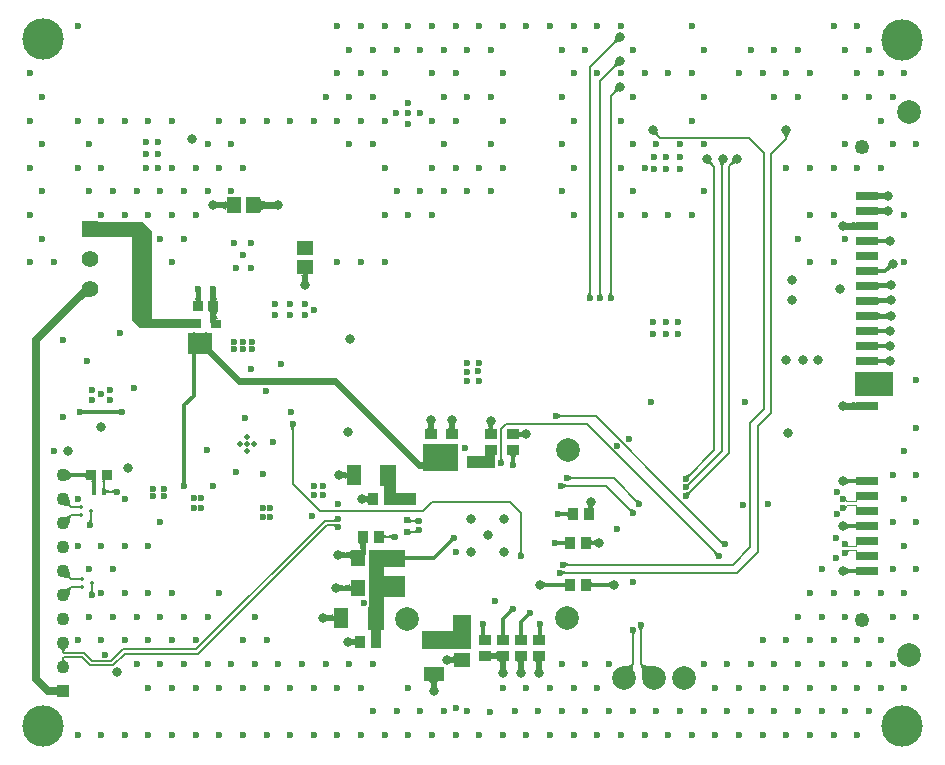
<source format=gbl>
G04*
G04 #@! TF.GenerationSoftware,Altium Limited,Altium Designer,24.9.1 (31)*
G04*
G04 Layer_Physical_Order=4*
G04 Layer_Color=16711680*
%FSLAX44Y44*%
%MOMM*%
G71*
G04*
G04 #@! TF.SameCoordinates,DBAFCBE9-9C6E-486A-AB20-CA00A55F4774*
G04*
G04*
G04 #@! TF.FilePolarity,Positive*
G04*
G01*
G75*
%ADD11C,0.2000*%
%ADD15C,0.1500*%
%ADD29R,1.0000X0.9000*%
%ADD30R,1.8000X1.3000*%
G04:AMPARAMS|DCode=32|XSize=0.3mm|YSize=0.3mm|CornerRadius=0.0495mm|HoleSize=0mm|Usage=FLASHONLY|Rotation=270.000|XOffset=0mm|YOffset=0mm|HoleType=Round|Shape=RoundedRectangle|*
%AMROUNDEDRECTD32*
21,1,0.3000,0.2010,0,0,270.0*
21,1,0.2010,0.3000,0,0,270.0*
1,1,0.0990,-0.1005,-0.1005*
1,1,0.0990,-0.1005,0.1005*
1,1,0.0990,0.1005,0.1005*
1,1,0.0990,0.1005,-0.1005*
%
%ADD32ROUNDEDRECTD32*%
%ADD34R,1.3000X1.8000*%
%ADD35R,1.3000X1.4000*%
%ADD36R,0.9000X1.0000*%
%ADD37R,0.6000X0.5000*%
%ADD38R,0.8500X0.9500*%
%ADD58R,1.4000X1.3000*%
%ADD104R,1.3890X1.3890*%
%ADD105C,1.3890*%
%ADD107C,0.1200*%
%ADD110C,0.3000*%
%ADD111C,0.4000*%
%ADD112C,0.6000*%
%ADD113C,0.5000*%
%ADD116C,3.5000*%
%ADD117C,2.0000*%
%ADD118C,1.2500*%
%ADD119C,1.1000*%
G04:AMPARAMS|DCode=120|XSize=1.1mm|YSize=1.1mm|CornerRadius=0.275mm|HoleSize=0mm|Usage=FLASHONLY|Rotation=180.000|XOffset=0mm|YOffset=0mm|HoleType=Round|Shape=RoundedRectangle|*
%AMROUNDEDRECTD120*
21,1,1.1000,0.5500,0,0,180.0*
21,1,0.5500,1.1000,0,0,180.0*
1,1,0.5500,-0.2750,0.2750*
1,1,0.5500,0.2750,0.2750*
1,1,0.5500,0.2750,-0.2750*
1,1,0.5500,-0.2750,-0.2750*
%
%ADD120ROUNDEDRECTD120*%
%ADD121C,0.6000*%
%ADD122C,0.5000*%
%ADD123C,0.8000*%
%ADD134R,1.9000X0.6500*%
%ADD135R,0.9000X0.8000*%
%ADD136R,0.4000X0.5000*%
%ADD137C,0.7000*%
G36*
X515580Y606870D02*
X515089Y606863D01*
X514189Y606778D01*
X513780Y606699D01*
X513398Y606597D01*
X513042Y606471D01*
X512714Y606321D01*
X512413Y606147D01*
X512139Y605949D01*
X511891Y605727D01*
X510477Y607141D01*
X510699Y607389D01*
X510897Y607663D01*
X511071Y607964D01*
X511221Y608292D01*
X511347Y608648D01*
X511449Y609030D01*
X511528Y609440D01*
X511582Y609876D01*
X511613Y610339D01*
X511620Y610830D01*
X515580Y606870D01*
D02*
G37*
G36*
Y586550D02*
X515089Y586543D01*
X514189Y586458D01*
X513780Y586379D01*
X513398Y586277D01*
X513042Y586151D01*
X512714Y586001D01*
X512413Y585827D01*
X512139Y585629D01*
X511891Y585407D01*
X510477Y586821D01*
X510699Y587069D01*
X510897Y587343D01*
X511071Y587644D01*
X511221Y587972D01*
X511347Y588328D01*
X511449Y588710D01*
X511528Y589119D01*
X511582Y589556D01*
X511613Y590019D01*
X511620Y590510D01*
X515580Y586550D01*
D02*
G37*
G36*
Y564960D02*
X515089Y564953D01*
X514189Y564868D01*
X513780Y564789D01*
X513398Y564687D01*
X513042Y564561D01*
X512714Y564411D01*
X512413Y564237D01*
X512139Y564039D01*
X511891Y563817D01*
X510477Y565231D01*
X510699Y565479D01*
X510897Y565753D01*
X511071Y566054D01*
X511221Y566382D01*
X511347Y566738D01*
X511449Y567120D01*
X511528Y567529D01*
X511582Y567966D01*
X511613Y568429D01*
X511620Y568920D01*
X515580Y564960D01*
D02*
G37*
G36*
X547567Y531599D02*
X547652Y530700D01*
X547731Y530290D01*
X547833Y529908D01*
X547959Y529552D01*
X548109Y529224D01*
X548283Y528923D01*
X548481Y528649D01*
X548703Y528401D01*
X547289Y526987D01*
X547041Y527209D01*
X546767Y527407D01*
X546466Y527581D01*
X546138Y527731D01*
X545782Y527857D01*
X545400Y527959D01*
X544991Y528038D01*
X544554Y528092D01*
X544091Y528123D01*
X543600Y528130D01*
X547560Y532090D01*
X547567Y531599D01*
D02*
G37*
G36*
X659048Y528922D02*
X658472Y528225D01*
X658238Y527880D01*
X658040Y527537D01*
X657878Y527197D01*
X657752Y526858D01*
X657662Y526522D01*
X657608Y526189D01*
X657590Y525857D01*
X655590D01*
X655572Y526189D01*
X655518Y526522D01*
X655428Y526858D01*
X655302Y527197D01*
X655140Y527537D01*
X654942Y527880D01*
X654708Y528225D01*
X654438Y528572D01*
X654132Y528922D01*
X653790Y529273D01*
X659390D01*
X659048Y528922D01*
D02*
G37*
G36*
X614640Y504000D02*
X614149Y503993D01*
X613250Y503908D01*
X612840Y503829D01*
X612458Y503727D01*
X612102Y503601D01*
X611774Y503451D01*
X611473Y503277D01*
X611199Y503079D01*
X610951Y502857D01*
X609537Y504271D01*
X609759Y504519D01*
X609957Y504793D01*
X610131Y505094D01*
X610281Y505422D01*
X610407Y505778D01*
X610509Y506160D01*
X610588Y506570D01*
X610643Y507006D01*
X610673Y507469D01*
X610680Y507960D01*
X614640Y504000D01*
D02*
G37*
G36*
X593246Y507225D02*
X593251Y506772D01*
X593284Y506343D01*
X593344Y505940D01*
X593431Y505561D01*
X593546Y505209D01*
X593689Y504881D01*
X593859Y504579D01*
X594057Y504302D01*
X594282Y504050D01*
X592775Y502730D01*
X592533Y502947D01*
X592262Y503145D01*
X591963Y503322D01*
X591635Y503480D01*
X591278Y503617D01*
X590893Y503735D01*
X590479Y503833D01*
X590036Y503910D01*
X589064Y504006D01*
X593269Y507704D01*
X593246Y507225D01*
D02*
G37*
G36*
X605112Y504460D02*
X604730Y504241D01*
X604389Y504007D01*
X604087Y503759D01*
X603826Y503495D01*
X603605Y503217D01*
X603424Y502924D01*
X603283Y502616D01*
X603182Y502293D01*
X603122Y501955D01*
X603102Y501603D01*
X601102Y502226D01*
X601088Y502514D01*
X601048Y502823D01*
X600980Y503154D01*
X600885Y503507D01*
X600764Y503880D01*
X600438Y504691D01*
X600235Y505129D01*
X599748Y506067D01*
X605112Y504460D01*
D02*
G37*
G36*
X734249Y479450D02*
X734399Y479317D01*
X734650Y479199D01*
X734999Y479097D01*
X735450Y479011D01*
X736000Y478941D01*
X737400Y478846D01*
X738183Y478833D01*
X739577Y478916D01*
X739781Y478953D01*
X739942Y478995D01*
X740061Y479043D01*
X740139Y479096D01*
X740048Y473497D01*
X739967Y473557D01*
X739845Y473611D01*
X739681Y473659D01*
X739476Y473700D01*
X739229Y473736D01*
X738612Y473786D01*
X738103Y473798D01*
X734999Y473579D01*
X734650Y473494D01*
X734399Y473396D01*
X734249Y473285D01*
X734200Y473161D01*
Y479599D01*
X734249Y479450D01*
D02*
G37*
G36*
X174386Y471373D02*
X174507Y471322D01*
X174670Y471277D01*
X174874Y471238D01*
X175120Y471205D01*
X175736Y471157D01*
X176973Y471130D01*
Y466130D01*
X176519Y466127D01*
X174874Y466022D01*
X174670Y465983D01*
X174507Y465938D01*
X174386Y465887D01*
X174307Y465830D01*
Y471430D01*
X174386Y471373D01*
D02*
G37*
G36*
X182411Y463630D02*
X182361Y464105D01*
X182210Y464530D01*
X181958Y464905D01*
X181606Y465230D01*
X181153Y465505D01*
X180600Y465730D01*
X179946Y465905D01*
X179191Y466030D01*
X178336Y466105D01*
X177381Y466130D01*
Y471130D01*
X178336Y471155D01*
X179191Y471230D01*
X179946Y471355D01*
X180600Y471530D01*
X181153Y471755D01*
X181606Y472030D01*
X181958Y472355D01*
X182210Y472730D01*
X182361Y473155D01*
X182411Y473630D01*
Y463630D01*
D02*
G37*
G36*
X211380Y474060D02*
X211560Y473550D01*
X211859Y473100D01*
X212279Y472710D01*
X212819Y472380D01*
X213479Y472110D01*
X214259Y471900D01*
X215159Y471750D01*
X216180Y471660D01*
X217320Y471630D01*
Y465630D01*
X216180Y465600D01*
X215159Y465510D01*
X214259Y465360D01*
X213479Y465150D01*
X212819Y464880D01*
X212279Y464550D01*
X211859Y464160D01*
X211560Y463710D01*
X211380Y463200D01*
X211320Y462630D01*
Y474630D01*
X211380Y474060D01*
D02*
G37*
G36*
X734249Y466750D02*
X734399Y466617D01*
X734650Y466499D01*
X734999Y466397D01*
X735450Y466311D01*
X736000Y466241D01*
X737400Y466146D01*
X738183Y466133D01*
X739577Y466216D01*
X739781Y466253D01*
X739942Y466295D01*
X740061Y466343D01*
X740139Y466396D01*
X740048Y460797D01*
X739967Y460857D01*
X739845Y460911D01*
X739681Y460959D01*
X739476Y461000D01*
X739229Y461035D01*
X738612Y461086D01*
X738103Y461098D01*
X734999Y460879D01*
X734650Y460794D01*
X734399Y460696D01*
X734249Y460585D01*
X734200Y460461D01*
Y466899D01*
X734249Y466750D01*
D02*
G37*
G36*
X715260Y447761D02*
X715201Y447790D01*
X715021Y447816D01*
X714721Y447839D01*
X711421Y447909D01*
X709260Y447915D01*
Y453915D01*
X715260Y454199D01*
Y447761D01*
D02*
G37*
G36*
X741734Y435499D02*
X741468Y435742D01*
X741188Y435960D01*
X740895Y436152D01*
X740588Y436319D01*
X740268Y436460D01*
X739934Y436575D01*
X739587Y436665D01*
X739226Y436729D01*
X738852Y436767D01*
X738464Y436780D01*
X738411Y439780D01*
X738800Y439793D01*
X739174Y439833D01*
X739534Y439899D01*
X739879Y439991D01*
X740210Y440110D01*
X740526Y440255D01*
X740827Y440426D01*
X741114Y440624D01*
X741386Y440848D01*
X741643Y441098D01*
X741734Y435499D01*
D02*
G37*
G36*
X734199Y440995D02*
X734290Y440740D01*
X734442Y440515D01*
X734654Y440320D01*
X734927Y440155D01*
X735260Y440020D01*
X735654Y439915D01*
X736108Y439840D01*
X736624Y439795D01*
X737199Y439780D01*
Y436780D01*
X736624Y436765D01*
X736108Y436720D01*
X735654Y436645D01*
X735260Y436540D01*
X734927Y436405D01*
X734654Y436240D01*
X734442Y436045D01*
X734290Y435820D01*
X734199Y435565D01*
X734169Y435280D01*
Y441280D01*
X734199Y440995D01*
D02*
G37*
G36*
X746720Y415100D02*
X746360Y415090D01*
X746009Y415051D01*
X745666Y414984D01*
X745331Y414888D01*
X745005Y414764D01*
X744688Y414612D01*
X744378Y414432D01*
X744078Y414223D01*
X743785Y413986D01*
X743502Y413720D01*
X741380Y415842D01*
X741646Y416125D01*
X741883Y416418D01*
X742092Y416718D01*
X742272Y417028D01*
X742424Y417345D01*
X742548Y417671D01*
X742644Y418006D01*
X742711Y418349D01*
X742750Y418700D01*
X742760Y419060D01*
X746720Y415100D01*
D02*
G37*
G36*
X734199Y415595D02*
X734290Y415340D01*
X734442Y415115D01*
X734654Y414920D01*
X734927Y414755D01*
X735260Y414620D01*
X735654Y414515D01*
X736108Y414440D01*
X736624Y414395D01*
X737199Y414380D01*
Y411380D01*
X736624Y411365D01*
X736108Y411320D01*
X735654Y411245D01*
X735260Y411140D01*
X734927Y411005D01*
X734654Y410840D01*
X734442Y410645D01*
X734290Y410420D01*
X734199Y410165D01*
X734169Y409880D01*
Y415880D01*
X734199Y415595D01*
D02*
G37*
G36*
X252540Y409670D02*
X252200Y409551D01*
X251900Y409351D01*
X251640Y409071D01*
X251420Y408711D01*
X251240Y408270D01*
X251100Y407751D01*
X251000Y407150D01*
X250946Y406537D01*
X250992Y405980D01*
X251048Y405636D01*
X251120Y405321D01*
X251208Y405034D01*
X251312Y404777D01*
X251432Y404548D01*
X251568Y404348D01*
X251720Y404177D01*
X246120D01*
X246272Y404348D01*
X246408Y404548D01*
X246528Y404777D01*
X246632Y405034D01*
X246720Y405321D01*
X246792Y405636D01*
X246848Y405980D01*
X246888Y406352D01*
X246895Y406529D01*
X246840Y407150D01*
X246740Y407751D01*
X246600Y408270D01*
X246420Y408711D01*
X246200Y409071D01*
X245940Y409351D01*
X245640Y409551D01*
X245300Y409670D01*
X244920Y409711D01*
X252920D01*
X252540Y409670D01*
D02*
G37*
G36*
X743062Y398142D02*
X742888Y398257D01*
X742685Y398361D01*
X742454Y398452D01*
X742193Y398531D01*
X741904Y398598D01*
X741586Y398653D01*
X740863Y398726D01*
X740459Y398744D01*
X740025Y398750D01*
X739354Y402750D01*
X739784Y402759D01*
X740551Y402834D01*
X740888Y402900D01*
X741194Y402984D01*
X741469Y403086D01*
X741714Y403208D01*
X741928Y403348D01*
X742111Y403507D01*
X742264Y403684D01*
X743062Y398142D01*
D02*
G37*
G36*
X734240Y403276D02*
X734360Y403166D01*
X734559Y403068D01*
X734839Y402984D01*
X735200Y402912D01*
X735639Y402854D01*
X736759Y402776D01*
X738199Y402750D01*
Y398750D01*
X737439Y398732D01*
X736759Y398678D01*
X736160Y398589D01*
X735639Y398464D01*
X735200Y398303D01*
X734839Y398106D01*
X734559Y397873D01*
X734360Y397605D01*
X734240Y397300D01*
X734200Y396960D01*
Y403400D01*
X734240Y403276D01*
D02*
G37*
G36*
X160796Y395316D02*
X160773Y395276D01*
X160752Y395203D01*
X160734Y395097D01*
X160718Y394957D01*
X160686Y394334D01*
X160675Y393409D01*
X156675Y393543D01*
X156597Y395421D01*
X160796Y395316D01*
D02*
G37*
G36*
X509011Y394240D02*
X509044Y393969D01*
X509099Y393703D01*
X509176Y393445D01*
X509275Y393193D01*
X509396Y392948D01*
X509539Y392709D01*
X509704Y392477D01*
X509891Y392251D01*
X510100Y392032D01*
X505900D01*
X506109Y392251D01*
X506296Y392477D01*
X506461Y392709D01*
X506604Y392948D01*
X506725Y393193D01*
X506824Y393445D01*
X506901Y393703D01*
X506956Y393969D01*
X506989Y394240D01*
X507000Y394518D01*
X509000D01*
X509011Y394240D01*
D02*
G37*
G36*
X500121D02*
X500154Y393969D01*
X500209Y393703D01*
X500286Y393445D01*
X500385Y393193D01*
X500506Y392948D01*
X500649Y392709D01*
X500814Y392477D01*
X501001Y392251D01*
X501210Y392032D01*
X497010D01*
X497219Y392251D01*
X497406Y392477D01*
X497571Y392709D01*
X497714Y392948D01*
X497835Y393193D01*
X497934Y393445D01*
X498011Y393703D01*
X498066Y393969D01*
X498099Y394240D01*
X498110Y394518D01*
X500110D01*
X500121Y394240D01*
D02*
G37*
G36*
X491231D02*
X491264Y393969D01*
X491319Y393703D01*
X491396Y393445D01*
X491495Y393193D01*
X491616Y392948D01*
X491759Y392709D01*
X491924Y392477D01*
X492111Y392251D01*
X492320Y392032D01*
X488120D01*
X488329Y392251D01*
X488516Y392477D01*
X488681Y392709D01*
X488824Y392948D01*
X488945Y393193D01*
X489044Y393445D01*
X489121Y393703D01*
X489176Y393969D01*
X489209Y394240D01*
X489220Y394518D01*
X491220D01*
X491231Y394240D01*
D02*
G37*
G36*
X65447Y390820D02*
X65060Y390892D01*
X64656Y390899D01*
X64235Y390841D01*
X63797Y390717D01*
X63342Y390527D01*
X62869Y390272D01*
X62379Y389952D01*
X61873Y389566D01*
X61349Y389115D01*
X60808Y388598D01*
X55875Y393565D01*
X56709Y394409D01*
X60020Y398182D01*
X60288Y398596D01*
X60476Y398948D01*
X60584Y399239D01*
X65447Y390820D01*
D02*
G37*
G36*
X174043Y392309D02*
X174186Y390709D01*
X174312Y390060D01*
X174474Y389510D01*
X174671Y389059D01*
X174904Y388709D01*
X175173Y388460D01*
X175478Y388310D01*
X175819Y388260D01*
X167381D01*
X167693Y388310D01*
X167973Y388460D01*
X168219Y388709D01*
X168433Y389059D01*
X168614Y389510D01*
X168762Y390060D01*
X168877Y390709D01*
X168959Y391460D01*
X169025Y393260D01*
X174025D01*
X174043Y392309D01*
D02*
G37*
G36*
X160695Y391494D02*
X160755Y390808D01*
X160855Y390204D01*
X160995Y389680D01*
X161175Y389237D01*
X161395Y388874D01*
X161655Y388592D01*
X161955Y388390D01*
X162295Y388269D01*
X162675Y388229D01*
X154675D01*
X155055Y388269D01*
X155395Y388390D01*
X155695Y388592D01*
X155955Y388874D01*
X156175Y389237D01*
X156355Y389680D01*
X156495Y390204D01*
X156595Y390808D01*
X156655Y391494D01*
X156675Y392259D01*
X160675D01*
X160695Y391494D01*
D02*
G37*
G36*
X743062Y385442D02*
X742888Y385557D01*
X742685Y385661D01*
X742454Y385752D01*
X742193Y385831D01*
X741904Y385898D01*
X741586Y385953D01*
X740863Y386026D01*
X740459Y386044D01*
X740025Y386050D01*
X739354Y390050D01*
X739784Y390059D01*
X740551Y390134D01*
X740888Y390200D01*
X741194Y390284D01*
X741469Y390386D01*
X741714Y390508D01*
X741928Y390648D01*
X742111Y390807D01*
X742264Y390984D01*
X743062Y385442D01*
D02*
G37*
G36*
X734240Y390576D02*
X734360Y390466D01*
X734559Y390368D01*
X734839Y390284D01*
X735200Y390212D01*
X735639Y390154D01*
X736759Y390076D01*
X738199Y390050D01*
Y386050D01*
X737439Y386032D01*
X736759Y385978D01*
X736160Y385889D01*
X735639Y385764D01*
X735200Y385603D01*
X734839Y385406D01*
X734559Y385173D01*
X734360Y384905D01*
X734240Y384600D01*
X734200Y384260D01*
Y390700D01*
X734240Y390576D01*
D02*
G37*
G36*
X175493Y378770D02*
X175201Y378620D01*
X174943Y378371D01*
X174719Y378021D01*
X174530Y377570D01*
X174375Y377020D01*
X174255Y376371D01*
X174179Y375709D01*
X174200Y375470D01*
X174325Y374720D01*
X174500Y374070D01*
X174725Y373520D01*
X175000Y373069D01*
X175325Y372719D01*
X175700Y372469D01*
X176125Y372319D01*
X176600Y372270D01*
X169130D01*
X169125Y372319D01*
X169119Y372469D01*
X169114Y373820D01*
X169100D01*
X169083Y374771D01*
X168945Y376371D01*
X168825Y377020D01*
X168670Y377570D01*
X168481Y378021D01*
X168257Y378371D01*
X167999Y378620D01*
X167707Y378770D01*
X167381Y378820D01*
X175819D01*
X175493Y378770D01*
D02*
G37*
G36*
X742588Y371897D02*
X742419Y372052D01*
X742220Y372191D01*
X741992Y372314D01*
X741736Y372420D01*
X741450Y372510D01*
X741136Y372584D01*
X740793Y372641D01*
X740420Y372682D01*
X739589Y372715D01*
X739664Y376715D01*
X740095Y376723D01*
X740870Y376785D01*
X741214Y376840D01*
X741530Y376910D01*
X741817Y376996D01*
X742076Y377098D01*
X742306Y377215D01*
X742507Y377348D01*
X742679Y377496D01*
X742588Y371897D01*
D02*
G37*
G36*
X734240Y377756D02*
X734360Y377537D01*
X734559Y377344D01*
X734839Y377177D01*
X735200Y377036D01*
X735639Y376921D01*
X736160Y376831D01*
X736759Y376766D01*
X738199Y376715D01*
Y372715D01*
X737439Y372703D01*
X736160Y372611D01*
X735639Y372530D01*
X735200Y372426D01*
X734839Y372299D01*
X734559Y372149D01*
X734360Y371976D01*
X734240Y371780D01*
X734200Y371561D01*
Y377999D01*
X734240Y377756D01*
D02*
G37*
G36*
X119380Y447040D02*
Y372110D01*
X161290D01*
Y364490D01*
X109220D01*
X102870Y370840D01*
Y441960D01*
X60960D01*
Y454660D01*
X111760D01*
X119380Y447040D01*
D02*
G37*
G36*
X741734Y359299D02*
X741468Y359542D01*
X741188Y359760D01*
X740895Y359952D01*
X740588Y360119D01*
X740268Y360260D01*
X739934Y360375D01*
X739587Y360465D01*
X739226Y360529D01*
X738852Y360567D01*
X738464Y360580D01*
X738411Y363580D01*
X738800Y363593D01*
X739174Y363633D01*
X739534Y363699D01*
X739879Y363791D01*
X740210Y363910D01*
X740526Y364054D01*
X740827Y364226D01*
X741114Y364424D01*
X741386Y364648D01*
X741643Y364898D01*
X741734Y359299D01*
D02*
G37*
G36*
X734199Y364795D02*
X734290Y364540D01*
X734442Y364315D01*
X734654Y364120D01*
X734927Y363955D01*
X735260Y363820D01*
X735654Y363715D01*
X736108Y363640D01*
X736624Y363595D01*
X737199Y363580D01*
Y360580D01*
X736624Y360565D01*
X736108Y360520D01*
X735654Y360445D01*
X735260Y360340D01*
X734927Y360205D01*
X734654Y360040D01*
X734442Y359845D01*
X734290Y359620D01*
X734199Y359365D01*
X734169Y359080D01*
Y365080D01*
X734199Y364795D01*
D02*
G37*
G36*
X741734Y346599D02*
X741468Y346842D01*
X741188Y347060D01*
X740895Y347252D01*
X740588Y347419D01*
X740268Y347560D01*
X739934Y347675D01*
X739587Y347765D01*
X739226Y347829D01*
X738852Y347867D01*
X738464Y347880D01*
X738411Y350880D01*
X738800Y350893D01*
X739174Y350933D01*
X739534Y350999D01*
X739879Y351091D01*
X740210Y351210D01*
X740526Y351354D01*
X740827Y351526D01*
X741114Y351724D01*
X741386Y351948D01*
X741643Y352198D01*
X741734Y346599D01*
D02*
G37*
G36*
X734199Y352095D02*
X734290Y351840D01*
X734442Y351615D01*
X734654Y351420D01*
X734927Y351255D01*
X735260Y351120D01*
X735654Y351015D01*
X736108Y350940D01*
X736624Y350895D01*
X737199Y350880D01*
Y347880D01*
X736624Y347865D01*
X736108Y347820D01*
X735654Y347745D01*
X735260Y347640D01*
X734927Y347505D01*
X734654Y347340D01*
X734442Y347145D01*
X734290Y346920D01*
X734199Y346665D01*
X734169Y346380D01*
Y352380D01*
X734199Y352095D01*
D02*
G37*
G36*
X170180Y342900D02*
X156540D01*
X156492Y342635D01*
X156453Y342260D01*
X156440Y341872D01*
X153440D01*
X153427Y342260D01*
X153388Y342635D01*
X153340Y342900D01*
X149860D01*
Y360680D01*
X170180D01*
Y342900D01*
D02*
G37*
G36*
X741734Y333899D02*
X741468Y334142D01*
X741188Y334360D01*
X740895Y334552D01*
X740588Y334719D01*
X740268Y334860D01*
X739934Y334975D01*
X739587Y335065D01*
X739226Y335129D01*
X738852Y335167D01*
X738464Y335180D01*
X738411Y338180D01*
X738800Y338193D01*
X739174Y338233D01*
X739534Y338299D01*
X739879Y338391D01*
X740210Y338510D01*
X740526Y338655D01*
X740827Y338826D01*
X741114Y339024D01*
X741386Y339248D01*
X741643Y339498D01*
X741734Y333899D01*
D02*
G37*
G36*
X734199Y339395D02*
X734290Y339140D01*
X734442Y338915D01*
X734654Y338720D01*
X734927Y338555D01*
X735260Y338420D01*
X735654Y338315D01*
X736108Y338240D01*
X736624Y338195D01*
X737199Y338180D01*
Y335180D01*
X736624Y335165D01*
X736108Y335120D01*
X735654Y335045D01*
X735260Y334940D01*
X734927Y334805D01*
X734654Y334640D01*
X734442Y334445D01*
X734290Y334220D01*
X734199Y333965D01*
X734169Y333680D01*
Y339680D01*
X734199Y339395D01*
D02*
G37*
G36*
X746760Y307340D02*
X715010D01*
Y327660D01*
X746760D01*
Y307340D01*
D02*
G37*
G36*
X715260Y295361D02*
X715201Y295390D01*
X715021Y295416D01*
X714721Y295439D01*
X711421Y295509D01*
X709260Y295515D01*
Y301515D01*
X715260Y301800D01*
Y295361D01*
D02*
G37*
G36*
X92466Y291405D02*
X92336Y291513D01*
X92184Y291609D01*
X92011Y291695D01*
X91817Y291769D01*
X91601Y291831D01*
X91363Y291883D01*
X91105Y291922D01*
X90523Y291968D01*
X90200Y291974D01*
X90080Y294974D01*
X90402Y294980D01*
X90982Y295030D01*
X91238Y295074D01*
X91474Y295131D01*
X91687Y295200D01*
X91878Y295282D01*
X92048Y295376D01*
X92195Y295483D01*
X92321Y295602D01*
X92466Y291405D01*
D02*
G37*
G36*
X60619Y295435D02*
X60771Y295338D01*
X60944Y295252D01*
X61138Y295179D01*
X61354Y295116D01*
X61592Y295065D01*
X61850Y295025D01*
X62432Y294979D01*
X62755Y294974D01*
X62875Y291974D01*
X62553Y291967D01*
X61973Y291917D01*
X61716Y291873D01*
X61481Y291817D01*
X61268Y291747D01*
X61077Y291666D01*
X60907Y291572D01*
X60760Y291465D01*
X60634Y291345D01*
X60489Y295543D01*
X60619Y295435D01*
D02*
G37*
G36*
X464563Y291991D02*
X465086Y291559D01*
X465345Y291383D01*
X465602Y291235D01*
X465857Y291113D01*
X466111Y291019D01*
X466363Y290951D01*
X466613Y290911D01*
X466862Y290897D01*
Y289397D01*
X466613Y289384D01*
X466363Y289343D01*
X466111Y289276D01*
X465857Y289181D01*
X465602Y289060D01*
X465345Y288911D01*
X465086Y288736D01*
X464826Y288533D01*
X464563Y288304D01*
X464300Y288047D01*
Y292247D01*
X464563Y291991D01*
D02*
G37*
G36*
X408953Y282631D02*
X408732Y282356D01*
X408537Y282066D01*
X408368Y281761D01*
X408225Y281443D01*
X408108Y281111D01*
X408017Y280766D01*
X408035Y280660D01*
X408140Y280270D01*
X408275Y279939D01*
X408440Y279669D01*
X408635Y279459D01*
X408860Y279310D01*
X409115Y279219D01*
X409400Y279189D01*
X403400D01*
X403685Y279219D01*
X403940Y279310D01*
X404165Y279459D01*
X404360Y279669D01*
X404525Y279939D01*
X404660Y280270D01*
X404765Y280660D01*
X404783Y280766D01*
X404692Y281111D01*
X404575Y281443D01*
X404432Y281761D01*
X404263Y282066D01*
X404068Y282356D01*
X403847Y282631D01*
X403600Y282893D01*
X409200D01*
X408953Y282631D01*
D02*
G37*
G36*
X376028Y283992D02*
X375892Y283792D01*
X375772Y283563D01*
X375668Y283306D01*
X375580Y283019D01*
X375508Y282704D01*
X375452Y282360D01*
X375427Y282126D01*
X375460Y281749D01*
X375560Y281150D01*
X375700Y280630D01*
X375880Y280189D01*
X376100Y279830D01*
X376360Y279550D01*
X376660Y279349D01*
X377000Y279230D01*
X377380Y279189D01*
X369380D01*
X369760Y279230D01*
X370100Y279349D01*
X370400Y279550D01*
X370660Y279830D01*
X370880Y280189D01*
X371060Y280630D01*
X371200Y281150D01*
X371300Y281749D01*
X371330Y282092D01*
X371308Y282360D01*
X371252Y282704D01*
X371180Y283019D01*
X371092Y283306D01*
X370988Y283563D01*
X370868Y283792D01*
X370732Y283992D01*
X370580Y284163D01*
X376180D01*
X376028Y283992D01*
D02*
G37*
G36*
X358248D02*
X358112Y283792D01*
X357992Y283563D01*
X357888Y283306D01*
X357800Y283019D01*
X357728Y282704D01*
X357672Y282360D01*
X357647Y282126D01*
X357680Y281749D01*
X357780Y281150D01*
X357920Y280630D01*
X358100Y280189D01*
X358320Y279830D01*
X358580Y279550D01*
X358880Y279349D01*
X359220Y279230D01*
X359600Y279189D01*
X351600D01*
X351980Y279230D01*
X352320Y279349D01*
X352620Y279550D01*
X352880Y279830D01*
X353100Y280189D01*
X353280Y280630D01*
X353420Y281150D01*
X353520Y281749D01*
X353550Y282092D01*
X353528Y282360D01*
X353472Y282704D01*
X353400Y283019D01*
X353312Y283306D01*
X353208Y283563D01*
X353088Y283792D01*
X352952Y283992D01*
X352800Y284163D01*
X358400D01*
X358248Y283992D01*
D02*
G37*
G36*
X240651Y280849D02*
X240464Y280623D01*
X240299Y280391D01*
X240156Y280152D01*
X240035Y279907D01*
X239936Y279655D01*
X239859Y279397D01*
X239804Y279132D01*
X239771Y278860D01*
X239760Y278582D01*
X237760D01*
X237749Y278860D01*
X237716Y279132D01*
X237661Y279397D01*
X237584Y279655D01*
X237485Y279907D01*
X237364Y280152D01*
X237221Y280391D01*
X237056Y280623D01*
X236869Y280849D01*
X236660Y281068D01*
X240860D01*
X240651Y280849D01*
D02*
G37*
G36*
X430419Y277435D02*
X430510Y277180D01*
X430662Y276955D01*
X430874Y276760D01*
X431147Y276595D01*
X431480Y276460D01*
X431720Y276396D01*
X431841Y276428D01*
X432173Y276545D01*
X432491Y276688D01*
X432796Y276857D01*
X433086Y277052D01*
X433362Y277273D01*
X433623Y277520D01*
Y271920D01*
X433362Y272167D01*
X433086Y272388D01*
X432796Y272583D01*
X432491Y272752D01*
X432173Y272895D01*
X431841Y273012D01*
X431720Y273044D01*
X431480Y272980D01*
X431147Y272845D01*
X430874Y272680D01*
X430662Y272485D01*
X430510Y272260D01*
X430419Y272005D01*
X430389Y271720D01*
Y273219D01*
X430372Y273220D01*
Y276220D01*
X430389Y276221D01*
Y277720D01*
X430419Y277435D01*
D02*
G37*
G36*
X428362Y256751D02*
X428107Y256660D01*
X427882Y256508D01*
X427687Y256296D01*
X427522Y256023D01*
X427387Y255690D01*
X427282Y255296D01*
X427207Y254841D01*
X427162Y254326D01*
X427147Y253750D01*
X424147D01*
X424132Y254326D01*
X424087Y254841D01*
X424012Y255296D01*
X423907Y255690D01*
X423772Y256023D01*
X423607Y256296D01*
X423412Y256508D01*
X423187Y256660D01*
X422932Y256751D01*
X422647Y256781D01*
X428647D01*
X428362Y256751D01*
D02*
G37*
G36*
X416054Y254646D02*
X416094Y254396D01*
X416161Y254144D01*
X416256Y253890D01*
X416377Y253635D01*
X416526Y253377D01*
X416702Y253119D01*
X416904Y252858D01*
X417133Y252596D01*
X417390Y252332D01*
X413190D01*
X413447Y252596D01*
X413879Y253119D01*
X414054Y253377D01*
X414202Y253635D01*
X414324Y253890D01*
X414418Y254144D01*
X414486Y254396D01*
X414526Y254646D01*
X414540Y254895D01*
X416040D01*
X416054Y254646D01*
D02*
G37*
G36*
X427153Y252799D02*
X427201Y252218D01*
X427243Y251960D01*
X427297Y251724D01*
X427363Y251509D01*
X427441Y251316D01*
X427531Y251144D01*
X427633Y250994D01*
X427747Y250866D01*
X423547D01*
X423661Y250994D01*
X423763Y251144D01*
X423853Y251316D01*
X423931Y251509D01*
X423997Y251724D01*
X424051Y251960D01*
X424093Y252218D01*
X424123Y252497D01*
X424147Y253121D01*
X427147D01*
X427153Y252799D01*
D02*
G37*
G36*
X410210Y246380D02*
X386080D01*
Y256540D01*
X401320D01*
Y265430D01*
X410210D01*
Y246380D01*
D02*
G37*
G36*
X378460Y243840D02*
X349250D01*
Y266700D01*
X378460D01*
Y243840D01*
D02*
G37*
G36*
X283831Y242036D02*
X283994Y242030D01*
Y238030D01*
X283831Y238027D01*
Y236030D01*
X283790Y236410D01*
X283671Y236750D01*
X283470Y237050D01*
X283190Y237310D01*
X282831Y237530D01*
X282390Y237710D01*
X282044Y237803D01*
X281844Y237742D01*
X281587Y237638D01*
X281358Y237518D01*
X281158Y237382D01*
X280987Y237230D01*
Y237975D01*
X280590Y238010D01*
X279830Y238030D01*
Y242030D01*
X280590Y242050D01*
X280987Y242085D01*
Y242830D01*
X281158Y242678D01*
X281358Y242542D01*
X281587Y242422D01*
X281844Y242318D01*
X282044Y242257D01*
X282390Y242350D01*
X282831Y242530D01*
X283190Y242750D01*
X283470Y243010D01*
X283671Y243310D01*
X283790Y243650D01*
X283831Y244030D01*
Y242036D01*
D02*
G37*
G36*
X64091Y237030D02*
X64061Y237315D01*
X63970Y237570D01*
X63818Y237795D01*
X63606Y237990D01*
X63333Y238155D01*
X63000Y238290D01*
X62606Y238395D01*
X62151Y238470D01*
X61636Y238515D01*
X61061Y238530D01*
Y241530D01*
X61636Y241545D01*
X62151Y241590D01*
X62606Y241665D01*
X63000Y241770D01*
X63333Y241905D01*
X63606Y242070D01*
X63818Y242265D01*
X63970Y242490D01*
X64061Y242745D01*
X64091Y243030D01*
Y237030D01*
D02*
G37*
G36*
X575480Y239516D02*
X575291Y239311D01*
X575122Y239096D01*
X574974Y238869D01*
X574845Y238632D01*
X574737Y238384D01*
X574649Y238125D01*
X574582Y237855D01*
X574534Y237574D01*
X574507Y237283D01*
X574500Y236980D01*
X571530Y239950D01*
X571833Y239957D01*
X572124Y239984D01*
X572405Y240032D01*
X572675Y240099D01*
X572934Y240187D01*
X573182Y240295D01*
X573419Y240424D01*
X573646Y240572D01*
X573861Y240741D01*
X574066Y240930D01*
X575480Y239516D01*
D02*
G37*
G36*
X49089Y243433D02*
X49552Y243034D01*
X50015Y242682D01*
X50480Y242376D01*
X50946Y242118D01*
X51412Y241906D01*
X51880Y241742D01*
X52350Y241624D01*
X52820Y241553D01*
X53292Y241530D01*
Y238530D01*
X52820Y238507D01*
X52350Y238436D01*
X51880Y238319D01*
X51412Y238154D01*
X50946Y237943D01*
X50480Y237684D01*
X50015Y237379D01*
X49552Y237026D01*
X49089Y236626D01*
X48628Y236180D01*
Y243880D01*
X49089Y243433D01*
D02*
G37*
G36*
X473576Y239333D02*
X474099Y238902D01*
X474357Y238726D01*
X474615Y238577D01*
X474870Y238456D01*
X475124Y238361D01*
X475376Y238294D01*
X475626Y238253D01*
X475875Y238240D01*
Y236740D01*
X475626Y236726D01*
X475376Y236686D01*
X475124Y236618D01*
X474870Y236524D01*
X474615Y236402D01*
X474357Y236254D01*
X474099Y236078D01*
X473838Y235876D01*
X473576Y235646D01*
X473312Y235390D01*
Y239590D01*
X473576Y239333D01*
D02*
G37*
G36*
X80740Y235319D02*
X80570Y235257D01*
X80420Y235155D01*
X80290Y235012D01*
X80180Y234829D01*
X80090Y234606D01*
X80020Y234343D01*
X79970Y234039D01*
X79940Y233695D01*
X79930Y233311D01*
X77930D01*
X77921Y233690D01*
X77895Y234030D01*
X77852Y234331D01*
X77791Y234590D01*
X77713Y234811D01*
X77617Y234991D01*
X77504Y235131D01*
X77373Y235231D01*
X77226Y235291D01*
X77060Y235310D01*
X80930Y235341D01*
X80740Y235319D01*
D02*
G37*
G36*
X148323Y235229D02*
X148371Y234648D01*
X148413Y234391D01*
X148467Y234154D01*
X148533Y233939D01*
X148611Y233746D01*
X148701Y233575D01*
X148803Y233425D01*
X148917Y233296D01*
X144717D01*
X144831Y233425D01*
X144933Y233575D01*
X145023Y233746D01*
X145101Y233939D01*
X145168Y234154D01*
X145221Y234391D01*
X145263Y234648D01*
X145293Y234928D01*
X145317Y235552D01*
X148317D01*
X148323Y235229D01*
D02*
G37*
G36*
X72499Y235310D02*
X72391Y235280D01*
X72295Y235191D01*
X72209Y235040D01*
X72135Y234830D01*
X72072Y234561D01*
X72021Y234230D01*
X71953Y233391D01*
X71930Y232311D01*
X68930D01*
X68915Y232885D01*
X68870Y233399D01*
X68795Y233852D01*
X68690Y234246D01*
X68555Y234579D01*
X68390Y234852D01*
X68195Y235064D01*
X67970Y235217D01*
X67715Y235309D01*
X67430Y235341D01*
X72499Y235310D01*
D02*
G37*
G36*
X707927Y237553D02*
X708207Y237335D01*
X708500Y237143D01*
X708807Y236976D01*
X709127Y236835D01*
X709461Y236720D01*
X709808Y236630D01*
X710169Y236566D01*
X710543Y236528D01*
X710931Y236515D01*
X710984Y233515D01*
X710595Y233502D01*
X710220Y233462D01*
X709861Y233396D01*
X709516Y233304D01*
X709185Y233185D01*
X708869Y233041D01*
X708568Y232869D01*
X708281Y232671D01*
X708009Y232447D01*
X707752Y232197D01*
X707661Y237796D01*
X707927Y237553D01*
D02*
G37*
G36*
X715260Y232015D02*
X715230Y232300D01*
X715141Y232555D01*
X714990Y232780D01*
X714781Y232975D01*
X714510Y233140D01*
X714181Y233275D01*
X713791Y233380D01*
X713341Y233455D01*
X712831Y233500D01*
X712261Y233515D01*
Y236515D01*
X712831Y236530D01*
X713341Y236575D01*
X713791Y236650D01*
X714181Y236755D01*
X714510Y236890D01*
X714781Y237055D01*
X714990Y237250D01*
X715141Y237475D01*
X715230Y237730D01*
X715260Y238015D01*
Y232015D01*
D02*
G37*
G36*
X468496Y232983D02*
X469019Y232551D01*
X469277Y232376D01*
X469535Y232227D01*
X469790Y232106D01*
X470044Y232012D01*
X470296Y231944D01*
X470546Y231903D01*
X470795Y231890D01*
Y230390D01*
X470546Y230376D01*
X470296Y230336D01*
X470044Y230268D01*
X469790Y230174D01*
X469535Y230053D01*
X469277Y229904D01*
X469019Y229729D01*
X468758Y229526D01*
X468496Y229296D01*
X468232Y229040D01*
Y233240D01*
X468496Y232983D01*
D02*
G37*
G36*
X79940Y230149D02*
X79969Y229809D01*
X80017Y229510D01*
X80085Y229249D01*
X80172Y229030D01*
X80279Y228850D01*
X80405Y228710D01*
X80550Y228610D01*
X80715Y228549D01*
X80899Y228529D01*
X76961D01*
X77145Y228549D01*
X77309Y228610D01*
X77455Y228710D01*
X77581Y228850D01*
X77688Y229030D01*
X77775Y229249D01*
X77843Y229510D01*
X77891Y229809D01*
X77920Y230149D01*
X77930Y230529D01*
X79930D01*
X79940Y230149D01*
D02*
G37*
G36*
X71940Y230959D02*
X72017Y230000D01*
X72085Y229610D01*
X72172Y229279D01*
X72279Y229009D01*
X72405Y228799D01*
X72551Y228650D01*
X72715Y228559D01*
X72899Y228529D01*
X68960D01*
X68955Y228559D01*
X68949Y228650D01*
X68930Y231530D01*
X71930D01*
X71940Y230959D01*
D02*
G37*
G36*
X575669Y224465D02*
X575484Y224267D01*
X575313Y224057D01*
X575157Y223835D01*
X575015Y223601D01*
X574888Y223355D01*
X574774Y223097D01*
X574675Y222827D01*
X574590Y222545D01*
X574520Y222251D01*
X574464Y221945D01*
X572024Y225364D01*
X572312Y225325D01*
X572590Y225312D01*
X572860Y225324D01*
X573121Y225362D01*
X573373Y225426D01*
X573617Y225516D01*
X573852Y225631D01*
X574079Y225772D01*
X574297Y225939D01*
X574507Y226131D01*
X575669Y224465D01*
D02*
G37*
G36*
X80889Y227870D02*
X80950Y227700D01*
X81052Y227550D01*
X81194Y227420D01*
X81377Y227310D01*
X81600Y227220D01*
X81864Y227150D01*
X82169Y227100D01*
X82514Y227070D01*
X82900Y227060D01*
Y225060D01*
X82514Y225050D01*
X82169Y225020D01*
X81864Y224970D01*
X81600Y224900D01*
X81377Y224810D01*
X81194Y224700D01*
X81052Y224570D01*
X80950Y224420D01*
X80889Y224250D01*
X80869Y224060D01*
Y228060D01*
X80889Y227870D01*
D02*
G37*
G36*
X88028Y223960D02*
X87809Y224169D01*
X87583Y224356D01*
X87351Y224521D01*
X87112Y224664D01*
X86867Y224785D01*
X86615Y224884D01*
X86357Y224961D01*
X86091Y225016D01*
X85820Y225049D01*
X85542Y225060D01*
Y227060D01*
X85820Y227071D01*
X86091Y227104D01*
X86357Y227159D01*
X86615Y227236D01*
X86867Y227335D01*
X87112Y227456D01*
X87351Y227599D01*
X87583Y227764D01*
X87809Y227951D01*
X88028Y228160D01*
Y223960D01*
D02*
G37*
G36*
X302470Y221732D02*
X303044Y221710D01*
Y217710D01*
X302614Y217702D01*
X302470Y217690D01*
Y215710D01*
X302430Y216090D01*
X302311Y216430D01*
X302111Y216730D01*
X301831Y216990D01*
X301471Y217210D01*
X301031Y217390D01*
X300902Y217425D01*
X300894Y217422D01*
X300637Y217318D01*
X300408Y217198D01*
X300208Y217062D01*
X300037Y216910D01*
Y217609D01*
X299911Y217630D01*
X299230Y217690D01*
X298470Y217710D01*
Y221710D01*
X299230Y221730D01*
X299911Y221790D01*
X300037Y221811D01*
Y222510D01*
X300208Y222358D01*
X300408Y222222D01*
X300637Y222102D01*
X300894Y221998D01*
X300902Y221996D01*
X301031Y222030D01*
X301471Y222210D01*
X301831Y222430D01*
X302111Y222690D01*
X302311Y222990D01*
X302430Y223330D01*
X302470Y223710D01*
Y221732D01*
D02*
G37*
G36*
X716836Y219183D02*
X716814Y219161D01*
X716795Y219123D01*
X716779Y219070D01*
X716765Y219001D01*
X716753Y218918D01*
X716738Y218706D01*
X716733Y218433D01*
X715533D01*
X715532Y218577D01*
X715501Y219001D01*
X715487Y219070D01*
X715471Y219123D01*
X715451Y219161D01*
X715430Y219183D01*
X715405Y219191D01*
X716861D01*
X716836Y219183D01*
D02*
G37*
G36*
X707764Y218918D02*
X707777Y218873D01*
X707804Y218818D01*
X707845Y218754D01*
X707899Y218679D01*
X708049Y218499D01*
X708254Y218279D01*
X708377Y218154D01*
X707529Y217306D01*
X707451Y217380D01*
X707313Y217497D01*
X707252Y217540D01*
X707196Y217571D01*
X707145Y217592D01*
X707100Y217603D01*
X707060Y217602D01*
X707026Y217591D01*
X706997Y217569D01*
X707764Y218953D01*
X707764Y218918D01*
D02*
G37*
G36*
X529519Y219591D02*
X529725Y219442D01*
X529950Y219312D01*
X530197Y219199D01*
X530463Y219105D01*
X530750Y219028D01*
X531057Y218969D01*
X531385Y218928D01*
X531732Y218905D01*
X532100Y218900D01*
X529130Y215930D01*
X529125Y216298D01*
X529061Y216973D01*
X529002Y217280D01*
X528925Y217567D01*
X528831Y217833D01*
X528718Y218079D01*
X528588Y218305D01*
X528439Y218511D01*
X528273Y218696D01*
X529334Y219757D01*
X529519Y219591D01*
D02*
G37*
G36*
X326390Y224790D02*
X342900D01*
Y214630D01*
X316019D01*
Y231140D01*
X312420D01*
Y248920D01*
X326390D01*
Y224790D01*
D02*
G37*
G36*
X708377Y213906D02*
X708254Y213781D01*
X707845Y213306D01*
X707804Y213242D01*
X707777Y213187D01*
X707764Y213142D01*
X707764Y213107D01*
X706997Y214491D01*
X707026Y214469D01*
X707060Y214458D01*
X707100Y214457D01*
X707145Y214468D01*
X707196Y214489D01*
X707252Y214520D01*
X707313Y214563D01*
X707380Y214616D01*
X707451Y214680D01*
X707529Y214754D01*
X708377Y213906D01*
D02*
G37*
G36*
X50204Y218818D02*
X50291Y217328D01*
X50374Y216675D01*
X50482Y216084D01*
X50617Y215555D01*
X50778Y215088D01*
X50965Y214681D01*
X51178Y214337D01*
X51417Y214054D01*
X50356Y212994D01*
X50073Y213232D01*
X49729Y213445D01*
X49323Y213632D01*
X48855Y213793D01*
X48326Y213928D01*
X47735Y214036D01*
X47082Y214119D01*
X45592Y214206D01*
X44755Y214210D01*
X50200Y219655D01*
X50204Y218818D01*
D02*
G37*
G36*
X716734Y213483D02*
X716765Y213059D01*
X716779Y212990D01*
X716795Y212937D01*
X716814Y212899D01*
X716836Y212877D01*
X716861Y212869D01*
X715405D01*
X715430Y212877D01*
X715451Y212899D01*
X715471Y212937D01*
X715487Y212990D01*
X715501Y213059D01*
X715512Y213142D01*
X715528Y213354D01*
X715533Y213627D01*
X716733D01*
X716734Y213483D01*
D02*
G37*
G36*
X58140Y211689D02*
X58078Y211805D01*
X57993Y211909D01*
X57885Y212001D01*
X57755Y212080D01*
X57601Y212147D01*
X57425Y212202D01*
X57226Y212245D01*
X57004Y212276D01*
X56760Y212294D01*
X56492Y212300D01*
Y213800D01*
X56760Y213806D01*
X57226Y213855D01*
X57425Y213898D01*
X57601Y213953D01*
X57755Y214020D01*
X57885Y214099D01*
X57993Y214191D01*
X58078Y214294D01*
X58140Y214410D01*
Y211689D01*
D02*
G37*
G36*
X492534Y214775D02*
X493829D01*
X493582Y214513D01*
X493361Y214237D01*
X493166Y213947D01*
X492997Y213643D01*
X492854Y213325D01*
X492762Y213065D01*
X492769Y213040D01*
X492904Y212707D01*
X493069Y212434D01*
X493264Y212222D01*
X493489Y212070D01*
X493744Y211979D01*
X494029Y211949D01*
X492546D01*
X492542Y211912D01*
X492529Y211523D01*
X489529D01*
X489516Y211912D01*
X489512Y211949D01*
X488029D01*
X488314Y211979D01*
X488569Y212070D01*
X488794Y212222D01*
X488989Y212434D01*
X489154Y212707D01*
X489289Y213040D01*
X489295Y213065D01*
X489204Y213325D01*
X489061Y213643D01*
X488892Y213947D01*
X488697Y214237D01*
X488476Y214513D01*
X488229Y214775D01*
X489523D01*
X489529Y214979D01*
X492529D01*
X492534Y214775D01*
D02*
G37*
G36*
X524439Y211971D02*
X524645Y211822D01*
X524870Y211692D01*
X525117Y211579D01*
X525383Y211485D01*
X525670Y211408D01*
X525977Y211349D01*
X526305Y211308D01*
X526652Y211285D01*
X527020Y211280D01*
X524050Y208310D01*
X524045Y208678D01*
X523981Y209353D01*
X523922Y209660D01*
X523845Y209947D01*
X523751Y210213D01*
X523638Y210459D01*
X523508Y210685D01*
X523359Y210891D01*
X523193Y211076D01*
X524254Y212137D01*
X524439Y211971D01*
D02*
G37*
G36*
X69143Y208132D02*
X69003Y208120D01*
X68878Y208074D01*
X68767Y207996D01*
X68671Y207886D01*
X68590Y207743D01*
X68523Y207568D01*
X68471Y207360D01*
X68435Y207120D01*
X68412Y206847D01*
X68405Y206542D01*
X66905Y206579D01*
X66902Y206866D01*
X66839Y207732D01*
X66809Y207879D01*
X66775Y207998D01*
X66735Y208090D01*
X66690Y208154D01*
X66639Y208189D01*
X69143Y208132D01*
D02*
G37*
G36*
X465821Y208996D02*
X465971Y208894D01*
X466143Y208804D01*
X466336Y208726D01*
X466550Y208660D01*
X466787Y208606D01*
X467045Y208564D01*
X467324Y208534D01*
X467948Y208510D01*
Y205510D01*
X467625Y205504D01*
X467045Y205456D01*
X466787Y205414D01*
X466550Y205360D01*
X466336Y205294D01*
X466143Y205216D01*
X465971Y205126D01*
X465821Y205024D01*
X465692Y204910D01*
Y209110D01*
X465821Y208996D01*
D02*
G37*
G36*
X58140Y204690D02*
X58078Y204806D01*
X57993Y204909D01*
X57885Y205001D01*
X57755Y205080D01*
X57601Y205147D01*
X57425Y205202D01*
X57226Y205245D01*
X57004Y205276D01*
X56760Y205294D01*
X56492Y205300D01*
Y206800D01*
X56760Y206806D01*
X57226Y206855D01*
X57425Y206898D01*
X57601Y206953D01*
X57755Y207020D01*
X57885Y207099D01*
X57993Y207191D01*
X58078Y207295D01*
X58140Y207411D01*
Y204690D01*
D02*
G37*
G36*
X471811Y204010D02*
X471781Y204295D01*
X471690Y204550D01*
X471538Y204775D01*
X471326Y204970D01*
X471053Y205135D01*
X470720Y205270D01*
X470326Y205375D01*
X469871Y205450D01*
X469356Y205495D01*
X468781Y205510D01*
Y208510D01*
X469356Y208525D01*
X469871Y208570D01*
X470326Y208645D01*
X470720Y208750D01*
X471053Y208885D01*
X471326Y209050D01*
X471538Y209245D01*
X471690Y209470D01*
X471781Y209725D01*
X471811Y210010D01*
Y204010D01*
D02*
G37*
G36*
X68405Y202713D02*
X68417Y202474D01*
X68454Y202228D01*
X68516Y201975D01*
X68603Y201715D01*
X68714Y201448D01*
X68850Y201174D01*
X69011Y200893D01*
X69197Y200604D01*
X69643Y200007D01*
X65470Y200490D01*
X65743Y200714D01*
X65987Y200942D01*
X66202Y201174D01*
X66389Y201409D01*
X66546Y201647D01*
X66676Y201889D01*
X66776Y202135D01*
X66848Y202384D01*
X66891Y202637D01*
X66905Y202892D01*
X68405Y202713D01*
D02*
G37*
G36*
X51417Y205046D02*
X51178Y204763D01*
X50965Y204419D01*
X50778Y204013D01*
X50617Y203545D01*
X50482Y203015D01*
X50374Y202425D01*
X50291Y201772D01*
X50204Y200282D01*
X50200Y199445D01*
X44755Y204890D01*
X45592Y204894D01*
X47082Y204981D01*
X47735Y205064D01*
X48326Y205172D01*
X48855Y205307D01*
X49323Y205468D01*
X49729Y205655D01*
X50073Y205868D01*
X50356Y206106D01*
X51417Y205046D01*
D02*
G37*
G36*
X338241Y203167D02*
X338303Y202997D01*
X338405Y202847D01*
X338548Y202717D01*
X338731Y202607D01*
X338954Y202518D01*
X339217Y202447D01*
X339521Y202397D01*
X339865Y202367D01*
X340249Y202358D01*
Y200357D01*
X339869Y200348D01*
X339529Y200318D01*
X339230Y200270D01*
X338969Y200201D01*
X338750Y200113D01*
X338569Y200006D01*
X338429Y199879D01*
X338330Y199732D01*
X338270Y199566D01*
X338250Y199380D01*
X338219Y203358D01*
X338241Y203167D01*
D02*
G37*
G36*
X342982Y199145D02*
X342806Y199375D01*
X342618Y199582D01*
X342419Y199764D01*
X342207Y199921D01*
X341983Y200054D01*
X341747Y200164D01*
X341499Y200248D01*
X341239Y200309D01*
X340967Y200345D01*
X340683Y200357D01*
X341038Y202358D01*
X341309Y202367D01*
X341578Y202395D01*
X341845Y202441D01*
X342111Y202506D01*
X342375Y202590D01*
X342638Y202693D01*
X342899Y202814D01*
X343158Y202953D01*
X343415Y203111D01*
X343671Y203288D01*
X342982Y199145D01*
D02*
G37*
G36*
X707927Y199453D02*
X708207Y199235D01*
X708500Y199043D01*
X708807Y198876D01*
X709127Y198735D01*
X709461Y198620D01*
X709808Y198530D01*
X710169Y198466D01*
X710543Y198428D01*
X710931Y198415D01*
X710984Y195415D01*
X710595Y195402D01*
X710220Y195362D01*
X709861Y195296D01*
X709516Y195204D01*
X709185Y195085D01*
X708869Y194940D01*
X708568Y194769D01*
X708281Y194571D01*
X708009Y194347D01*
X707752Y194097D01*
X707661Y199696D01*
X707927Y199453D01*
D02*
G37*
G36*
X715260Y193915D02*
X715230Y194200D01*
X715141Y194455D01*
X714990Y194680D01*
X714781Y194875D01*
X714510Y195040D01*
X714181Y195175D01*
X713791Y195280D01*
X713341Y195355D01*
X712831Y195400D01*
X712261Y195415D01*
Y198415D01*
X712831Y198430D01*
X713341Y198475D01*
X713791Y198550D01*
X714181Y198655D01*
X714510Y198790D01*
X714781Y198955D01*
X714990Y199150D01*
X715141Y199375D01*
X715230Y199630D01*
X715260Y199915D01*
Y193915D01*
D02*
G37*
G36*
X338239Y193660D02*
X338300Y193490D01*
X338402Y193340D01*
X338544Y193210D01*
X338727Y193100D01*
X338950Y193010D01*
X339214Y192940D01*
X339519Y192890D01*
X339864Y192860D01*
X340249Y192850D01*
Y190850D01*
X339864Y190840D01*
X339519Y190810D01*
X339214Y190760D01*
X338950Y190690D01*
X338727Y190600D01*
X338544Y190490D01*
X338402Y190360D01*
X338300Y190210D01*
X338239Y190040D01*
X338219Y189850D01*
Y193850D01*
X338239Y193660D01*
D02*
G37*
G36*
X316009Y189770D02*
X316070Y189600D01*
X316172Y189450D01*
X316314Y189320D01*
X316497Y189210D01*
X316720Y189120D01*
X316984Y189050D01*
X317288Y189000D01*
X317634Y188970D01*
X318020Y188960D01*
Y186960D01*
X317634Y186950D01*
X317288Y186920D01*
X316984Y186870D01*
X316720Y186800D01*
X316497Y186710D01*
X316314Y186600D01*
X316172Y186470D01*
X316070Y186320D01*
X316009Y186150D01*
X315989Y185960D01*
Y189960D01*
X316009Y189770D01*
D02*
G37*
G36*
X322978Y185860D02*
X322759Y186069D01*
X322533Y186256D01*
X322301Y186421D01*
X322062Y186564D01*
X321817Y186685D01*
X321565Y186784D01*
X321307Y186861D01*
X321041Y186916D01*
X320770Y186949D01*
X320492Y186960D01*
Y188960D01*
X320770Y188971D01*
X321041Y189004D01*
X321307Y189059D01*
X321565Y189136D01*
X321817Y189235D01*
X322062Y189356D01*
X322301Y189499D01*
X322533Y189664D01*
X322759Y189851D01*
X322978Y190060D01*
Y185860D01*
D02*
G37*
G36*
X375465Y184147D02*
X375294Y184137D01*
X375115Y184103D01*
X374930Y184045D01*
X374739Y183964D01*
X374540Y183858D01*
X374335Y183729D01*
X374123Y183577D01*
X373904Y183400D01*
X373446Y182976D01*
X371324Y185097D01*
X371548Y185330D01*
X371925Y185774D01*
X372078Y185986D01*
X372207Y186192D01*
X372312Y186390D01*
X372393Y186582D01*
X372451Y186767D01*
X372485Y186945D01*
X372495Y187117D01*
X375465Y184147D01*
D02*
G37*
G36*
X463281Y184676D02*
X463431Y184574D01*
X463602Y184484D01*
X463796Y184406D01*
X464010Y184340D01*
X464247Y184286D01*
X464505Y184244D01*
X464784Y184214D01*
X465408Y184190D01*
Y181190D01*
X465085Y181184D01*
X464505Y181136D01*
X464247Y181094D01*
X464010Y181040D01*
X463796Y180974D01*
X463602Y180896D01*
X463431Y180806D01*
X463281Y180704D01*
X463152Y180590D01*
Y184790D01*
X463281Y184676D01*
D02*
G37*
G36*
X716836Y181083D02*
X716814Y181061D01*
X716795Y181023D01*
X716779Y180970D01*
X716765Y180901D01*
X716753Y180818D01*
X716738Y180606D01*
X716733Y180333D01*
X715533D01*
X715532Y180477D01*
X715501Y180901D01*
X715487Y180970D01*
X715471Y181023D01*
X715451Y181061D01*
X715430Y181083D01*
X715405Y181091D01*
X716861D01*
X716836Y181083D01*
D02*
G37*
G36*
X491310Y185595D02*
X491399Y185340D01*
X491549Y185115D01*
X491759Y184920D01*
X492029Y184755D01*
X492360Y184620D01*
X492749Y184515D01*
X492856Y184497D01*
X493201Y184588D01*
X493533Y184705D01*
X493852Y184848D01*
X494156Y185017D01*
X494446Y185212D01*
X494721Y185433D01*
X494983Y185680D01*
Y180080D01*
X494721Y180327D01*
X494446Y180548D01*
X494156Y180743D01*
X493852Y180912D01*
X493533Y181055D01*
X493201Y181172D01*
X492856Y181263D01*
X492749Y181245D01*
X492360Y181140D01*
X492029Y181005D01*
X491759Y180840D01*
X491549Y180645D01*
X491399Y180420D01*
X491310Y180165D01*
X491279Y179880D01*
Y185880D01*
X491310Y185595D01*
D02*
G37*
G36*
X468871Y179690D02*
X468841Y179975D01*
X468750Y180230D01*
X468598Y180455D01*
X468386Y180650D01*
X468113Y180815D01*
X467780Y180950D01*
X467386Y181055D01*
X466931Y181130D01*
X466416Y181175D01*
X465840Y181190D01*
Y184190D01*
X466416Y184205D01*
X466931Y184250D01*
X467386Y184325D01*
X467780Y184430D01*
X468113Y184565D01*
X468386Y184730D01*
X468598Y184925D01*
X468750Y185150D01*
X468841Y185405D01*
X468871Y185690D01*
Y179690D01*
D02*
G37*
G36*
X709034Y180818D02*
X709047Y180773D01*
X709074Y180718D01*
X709115Y180654D01*
X709169Y180579D01*
X709319Y180399D01*
X709524Y180179D01*
X709647Y180054D01*
X708799Y179206D01*
X708721Y179280D01*
X708583Y179397D01*
X708522Y179440D01*
X708466Y179471D01*
X708415Y179492D01*
X708370Y179503D01*
X708330Y179502D01*
X708296Y179491D01*
X708267Y179469D01*
X709034Y180853D01*
X709034Y180818D01*
D02*
G37*
G36*
X301670Y182981D02*
X301330Y182860D01*
X301030Y182658D01*
X300770Y182376D01*
X300550Y182013D01*
X300370Y181570D01*
X300230Y181046D01*
X300130Y180441D01*
X300088Y179961D01*
X300220Y178150D01*
X300295Y177789D01*
X300383Y177509D01*
X300485Y177309D01*
X300600Y177190D01*
X300730Y177150D01*
X294050Y177119D01*
X294430Y177161D01*
X294770Y177283D01*
X295070Y177486D01*
X295330Y177768D01*
X295550Y178131D01*
X295730Y178574D01*
X295870Y179098D01*
X295970Y179701D01*
X296002Y180071D01*
X295970Y180441D01*
X295870Y181046D01*
X295730Y181570D01*
X295550Y182013D01*
X295330Y182376D01*
X295070Y182658D01*
X294770Y182860D01*
X294430Y182981D01*
X294050Y183021D01*
X302050D01*
X301670Y182981D01*
D02*
G37*
G36*
X709647Y175806D02*
X709524Y175681D01*
X709115Y175206D01*
X709074Y175142D01*
X709047Y175087D01*
X709034Y175042D01*
X709034Y175007D01*
X708267Y176391D01*
X708296Y176369D01*
X708330Y176358D01*
X708370Y176357D01*
X708415Y176368D01*
X708466Y176389D01*
X708522Y176420D01*
X708583Y176463D01*
X708650Y176516D01*
X708721Y176580D01*
X708799Y176654D01*
X709647Y175806D01*
D02*
G37*
G36*
X716734Y175383D02*
X716765Y174959D01*
X716779Y174890D01*
X716795Y174837D01*
X716814Y174799D01*
X716836Y174777D01*
X716861Y174769D01*
X715405D01*
X715430Y174777D01*
X715451Y174799D01*
X715471Y174837D01*
X715487Y174890D01*
X715501Y174959D01*
X715512Y175042D01*
X715528Y175254D01*
X715533Y175527D01*
X716733D01*
X716734Y175383D01*
D02*
G37*
G36*
X433031Y175580D02*
X433064Y175308D01*
X433119Y175043D01*
X433196Y174785D01*
X433295Y174533D01*
X433416Y174288D01*
X433559Y174049D01*
X433724Y173817D01*
X433911Y173591D01*
X434120Y173372D01*
X429920D01*
X430129Y173591D01*
X430316Y173817D01*
X430481Y174049D01*
X430624Y174288D01*
X430745Y174533D01*
X430844Y174785D01*
X430921Y175043D01*
X430976Y175308D01*
X431009Y175580D01*
X431020Y175858D01*
X433020D01*
X433031Y175580D01*
D02*
G37*
G36*
X596829Y175141D02*
X597035Y174992D01*
X597261Y174862D01*
X597507Y174749D01*
X597773Y174655D01*
X598060Y174578D01*
X598367Y174519D01*
X598694Y174478D01*
X599042Y174455D01*
X599410Y174450D01*
X596440Y171480D01*
X596435Y171848D01*
X596371Y172523D01*
X596312Y172830D01*
X596235Y173117D01*
X596141Y173383D01*
X596028Y173629D01*
X595898Y173855D01*
X595749Y174061D01*
X595583Y174246D01*
X596644Y175307D01*
X596829Y175141D01*
D02*
G37*
G36*
X279888Y175368D02*
X280088Y175232D01*
X280317Y175112D01*
X280574Y175008D01*
X280861Y174920D01*
X281176Y174848D01*
X281520Y174792D01*
X281892Y174752D01*
X282724Y174720D01*
Y170720D01*
X282294Y170712D01*
X281520Y170648D01*
X281176Y170592D01*
X280861Y170520D01*
X280574Y170432D01*
X280317Y170328D01*
X280088Y170208D01*
X279888Y170072D01*
X279717Y169920D01*
Y175520D01*
X279888Y175368D01*
D02*
G37*
G36*
X287791Y168720D02*
X287750Y169100D01*
X287631Y169440D01*
X287430Y169740D01*
X287150Y170000D01*
X286791Y170220D01*
X286350Y170400D01*
X285830Y170540D01*
X285231Y170640D01*
X284550Y170700D01*
X283790Y170720D01*
Y174720D01*
X284550Y174740D01*
X285231Y174800D01*
X285830Y174900D01*
X286350Y175040D01*
X286791Y175220D01*
X287150Y175440D01*
X287430Y175700D01*
X287631Y176000D01*
X287750Y176340D01*
X287791Y176720D01*
Y168720D01*
D02*
G37*
G36*
X469881Y166121D02*
X470107Y165934D01*
X470339Y165769D01*
X470578Y165626D01*
X470823Y165505D01*
X471075Y165406D01*
X471333Y165329D01*
X471599Y165274D01*
X471870Y165241D01*
X472148Y165230D01*
Y163230D01*
X471870Y163219D01*
X471599Y163186D01*
X471333Y163131D01*
X471075Y163054D01*
X470823Y162955D01*
X470578Y162834D01*
X470339Y162691D01*
X470107Y162526D01*
X469881Y162339D01*
X469662Y162130D01*
Y166330D01*
X469881Y166121D01*
D02*
G37*
G36*
X707992Y161418D02*
X708272Y161200D01*
X708565Y161008D01*
X708872Y160841D01*
X709192Y160700D01*
X709526Y160585D01*
X709873Y160495D01*
X710234Y160431D01*
X710608Y160393D01*
X710996Y160380D01*
X711049Y157380D01*
X710660Y157367D01*
X710285Y157327D01*
X709926Y157261D01*
X709581Y157169D01*
X709250Y157050D01*
X708934Y156905D01*
X708633Y156734D01*
X708346Y156536D01*
X708074Y156312D01*
X707817Y156062D01*
X707726Y161661D01*
X707992Y161418D01*
D02*
G37*
G36*
X715260Y155880D02*
X715230Y156165D01*
X715141Y156420D01*
X714990Y156645D01*
X714781Y156840D01*
X714510Y157005D01*
X714181Y157140D01*
X713791Y157245D01*
X713341Y157320D01*
X712831Y157365D01*
X712261Y157380D01*
Y160380D01*
X712831Y160395D01*
X713341Y160440D01*
X713791Y160515D01*
X714181Y160620D01*
X714510Y160755D01*
X714781Y160920D01*
X714990Y161115D01*
X715141Y161340D01*
X715230Y161595D01*
X715260Y161880D01*
Y155880D01*
D02*
G37*
G36*
X467181Y159371D02*
X467407Y159184D01*
X467639Y159019D01*
X467878Y158876D01*
X468123Y158755D01*
X468375Y158656D01*
X468633Y158579D01*
X468899Y158524D01*
X469170Y158491D01*
X469448Y158480D01*
Y156480D01*
X469170Y156469D01*
X468899Y156436D01*
X468633Y156381D01*
X468375Y156304D01*
X468123Y156205D01*
X467878Y156084D01*
X467639Y155941D01*
X467407Y155776D01*
X467181Y155589D01*
X466962Y155380D01*
Y159580D01*
X467181Y159371D01*
D02*
G37*
G36*
X50204Y157858D02*
X50291Y156368D01*
X50374Y155715D01*
X50482Y155125D01*
X50617Y154595D01*
X50778Y154128D01*
X50965Y153721D01*
X51178Y153377D01*
X51417Y153094D01*
X50356Y152034D01*
X50073Y152273D01*
X49729Y152485D01*
X49323Y152672D01*
X48855Y152833D01*
X48326Y152968D01*
X47735Y153076D01*
X47082Y153159D01*
X45592Y153246D01*
X44755Y153250D01*
X50200Y158695D01*
X50204Y157858D01*
D02*
G37*
G36*
X58720Y150730D02*
X58657Y150845D01*
X58573Y150949D01*
X58465Y151041D01*
X58334Y151120D01*
X58181Y151187D01*
X58005Y151242D01*
X57806Y151285D01*
X57584Y151316D01*
X57340Y151334D01*
X57072Y151340D01*
Y152840D01*
X57340Y152846D01*
X57806Y152895D01*
X58005Y152938D01*
X58181Y152993D01*
X58334Y153060D01*
X58465Y153139D01*
X58573Y153231D01*
X58657Y153335D01*
X58720Y153450D01*
Y150730D01*
D02*
G37*
G36*
X69825Y147168D02*
X69721Y147083D01*
X69629Y146975D01*
X69550Y146845D01*
X69483Y146691D01*
X69428Y146515D01*
X69385Y146316D01*
X69354Y146094D01*
X69336Y145850D01*
X69330Y145582D01*
X67830D01*
X67824Y145850D01*
X67775Y146316D01*
X67732Y146515D01*
X67677Y146691D01*
X67610Y146845D01*
X67531Y146975D01*
X67439Y147083D01*
X67336Y147168D01*
X67220Y147229D01*
X69941D01*
X69825Y147168D01*
D02*
G37*
G36*
X507683Y144520D02*
X507421Y144767D01*
X507146Y144988D01*
X506856Y145183D01*
X506552Y145352D01*
X506233Y145495D01*
X505901Y145612D01*
X505555Y145703D01*
X505195Y145768D01*
X504820Y145807D01*
X504432Y145820D01*
Y148820D01*
X504820Y148833D01*
X505195Y148872D01*
X505555Y148937D01*
X505901Y149028D01*
X506233Y149145D01*
X506552Y149288D01*
X506856Y149457D01*
X507146Y149652D01*
X507421Y149873D01*
X507683Y150120D01*
Y144520D01*
D02*
G37*
G36*
X451428Y149873D02*
X451704Y149652D01*
X451994Y149457D01*
X452299Y149288D01*
X452617Y149145D01*
X452949Y149028D01*
X453295Y148937D01*
X453655Y148872D01*
X454030Y148833D01*
X454418Y148820D01*
Y145820D01*
X454030Y145807D01*
X453655Y145768D01*
X453295Y145703D01*
X452949Y145612D01*
X452617Y145495D01*
X452299Y145352D01*
X451994Y145183D01*
X451704Y144988D01*
X451428Y144767D01*
X451167Y144520D01*
Y150120D01*
X451428Y149873D01*
D02*
G37*
G36*
X491310Y150035D02*
X491399Y149780D01*
X491549Y149555D01*
X491759Y149360D01*
X492029Y149195D01*
X492360Y149060D01*
X492749Y148955D01*
X493200Y148880D01*
X493709Y148835D01*
X494280Y148820D01*
Y145820D01*
X493709Y145805D01*
X493200Y145760D01*
X492749Y145685D01*
X492360Y145580D01*
X492029Y145445D01*
X491759Y145280D01*
X491549Y145085D01*
X491399Y144860D01*
X491310Y144605D01*
X491279Y144320D01*
Y150320D01*
X491310Y150035D01*
D02*
G37*
G36*
X468871Y144320D02*
X468841Y144605D01*
X468750Y144860D01*
X468598Y145085D01*
X468386Y145280D01*
X468113Y145445D01*
X467780Y145580D01*
X467386Y145685D01*
X466931Y145760D01*
X466416Y145805D01*
X465840Y145820D01*
Y148820D01*
X466416Y148835D01*
X466931Y148880D01*
X467386Y148955D01*
X467780Y149060D01*
X468113Y149195D01*
X468386Y149360D01*
X468598Y149555D01*
X468750Y149780D01*
X468841Y150035D01*
X468871Y150320D01*
Y144320D01*
D02*
G37*
G36*
X58720Y143729D02*
X58657Y143846D01*
X58573Y143949D01*
X58465Y144041D01*
X58334Y144120D01*
X58181Y144187D01*
X58005Y144242D01*
X57806Y144285D01*
X57584Y144316D01*
X57340Y144334D01*
X57072Y144340D01*
Y145840D01*
X57340Y145846D01*
X57806Y145895D01*
X58005Y145938D01*
X58181Y145993D01*
X58334Y146060D01*
X58465Y146139D01*
X58573Y146231D01*
X58657Y146334D01*
X58720Y146451D01*
Y143729D01*
D02*
G37*
G36*
X278618Y147428D02*
X278818Y147292D01*
X279047Y147172D01*
X279304Y147068D01*
X279591Y146980D01*
X279906Y146908D01*
X280250Y146852D01*
X280622Y146812D01*
X281454Y146780D01*
Y142780D01*
X281024Y142772D01*
X280250Y142708D01*
X279906Y142652D01*
X279591Y142580D01*
X279304Y142492D01*
X279047Y142388D01*
X278818Y142268D01*
X278618Y142132D01*
X278447Y141980D01*
Y147580D01*
X278618Y147428D01*
D02*
G37*
G36*
X287411Y140780D02*
X287370Y141160D01*
X287250Y141500D01*
X287050Y141800D01*
X286770Y142060D01*
X286411Y142280D01*
X285970Y142460D01*
X285450Y142600D01*
X284851Y142700D01*
X284170Y142760D01*
X283410Y142780D01*
Y146780D01*
X284170Y146800D01*
X284851Y146860D01*
X285450Y146960D01*
X285970Y147100D01*
X286411Y147280D01*
X286770Y147500D01*
X287050Y147760D01*
X287250Y148060D01*
X287370Y148400D01*
X287411Y148780D01*
Y140780D01*
D02*
G37*
G36*
X69344Y142886D02*
X69384Y142636D01*
X69451Y142384D01*
X69546Y142130D01*
X69668Y141875D01*
X69816Y141617D01*
X69991Y141359D01*
X70194Y141098D01*
X70423Y140836D01*
X70680Y140572D01*
X66480D01*
X66736Y140836D01*
X67168Y141359D01*
X67344Y141617D01*
X67492Y141875D01*
X67614Y142130D01*
X67709Y142384D01*
X67776Y142636D01*
X67817Y142886D01*
X67830Y143135D01*
X69330D01*
X69344Y142886D01*
D02*
G37*
G36*
X51417Y144086D02*
X51178Y143803D01*
X50965Y143459D01*
X50778Y143053D01*
X50617Y142585D01*
X50482Y142056D01*
X50374Y141465D01*
X50291Y140812D01*
X50204Y139322D01*
X50200Y138485D01*
X44755Y143930D01*
X45592Y143934D01*
X47082Y144021D01*
X47735Y144104D01*
X48326Y144212D01*
X48855Y144347D01*
X49323Y144508D01*
X49729Y144695D01*
X50073Y144908D01*
X50356Y145147D01*
X51417Y144086D01*
D02*
G37*
G36*
X425420Y124000D02*
X425249Y123990D01*
X425070Y123956D01*
X424885Y123898D01*
X424694Y123817D01*
X424495Y123712D01*
X424290Y123583D01*
X424078Y123430D01*
X423859Y123254D01*
X423401Y122829D01*
X421279Y124951D01*
X421503Y125183D01*
X421880Y125628D01*
X422033Y125840D01*
X422162Y126045D01*
X422267Y126244D01*
X422348Y126435D01*
X422406Y126620D01*
X422440Y126799D01*
X422450Y126970D01*
X425420Y124000D01*
D02*
G37*
G36*
X273141Y115380D02*
X273100Y115760D01*
X272980Y116100D01*
X272780Y116400D01*
X272500Y116660D01*
X272141Y116880D01*
X271700Y117060D01*
X271180Y117200D01*
X270581Y117300D01*
X269967Y117354D01*
X269410Y117308D01*
X269066Y117252D01*
X268751Y117180D01*
X268464Y117092D01*
X268207Y116988D01*
X267978Y116868D01*
X267778Y116732D01*
X267607Y116580D01*
Y122180D01*
X267778Y122028D01*
X267978Y121892D01*
X268207Y121772D01*
X268464Y121668D01*
X268751Y121580D01*
X269066Y121508D01*
X269410Y121452D01*
X269782Y121412D01*
X269959Y121405D01*
X270581Y121460D01*
X271180Y121560D01*
X271700Y121700D01*
X272141Y121880D01*
X272500Y122100D01*
X272780Y122360D01*
X272980Y122660D01*
X273100Y123000D01*
X273141Y123380D01*
Y115380D01*
D02*
G37*
G36*
X439390Y120190D02*
X439219Y120180D01*
X439040Y120146D01*
X438855Y120088D01*
X438664Y120007D01*
X438465Y119902D01*
X438260Y119773D01*
X438048Y119620D01*
X437829Y119444D01*
X437371Y119019D01*
X435249Y121141D01*
X435473Y121373D01*
X435850Y121818D01*
X436003Y122030D01*
X436132Y122235D01*
X436237Y122434D01*
X436318Y122625D01*
X436376Y122810D01*
X436410Y122989D01*
X436420Y123160D01*
X439390Y120190D01*
D02*
G37*
G36*
X450296Y112029D02*
X450194Y111879D01*
X450104Y111707D01*
X450026Y111514D01*
X449960Y111300D01*
X449906Y111063D01*
X449864Y110805D01*
X449834Y110526D01*
X449810Y109902D01*
X446810D01*
X446804Y110225D01*
X446756Y110805D01*
X446714Y111063D01*
X446660Y111300D01*
X446594Y111514D01*
X446516Y111707D01*
X446426Y111879D01*
X446324Y112029D01*
X446210Y112158D01*
X450410D01*
X450296Y112029D01*
D02*
G37*
G36*
X402036D02*
X401934Y111879D01*
X401844Y111707D01*
X401766Y111514D01*
X401700Y111300D01*
X401646Y111063D01*
X401604Y110805D01*
X401574Y110526D01*
X401550Y109902D01*
X398550D01*
X398544Y110225D01*
X398496Y110805D01*
X398454Y111063D01*
X398400Y111300D01*
X398334Y111514D01*
X398256Y111707D01*
X398166Y111879D01*
X398064Y112029D01*
X397950Y112158D01*
X402150D01*
X402036Y112029D01*
D02*
G37*
G36*
X535243Y110624D02*
X534812Y110101D01*
X534636Y109843D01*
X534487Y109585D01*
X534366Y109330D01*
X534272Y109076D01*
X534204Y108824D01*
X534164Y108574D01*
X534150Y108325D01*
X532650D01*
X532636Y108574D01*
X532596Y108824D01*
X532528Y109076D01*
X532434Y109330D01*
X532313Y109585D01*
X532164Y109843D01*
X531988Y110101D01*
X531786Y110362D01*
X531557Y110624D01*
X531300Y110888D01*
X535500D01*
X535243Y110624D01*
D02*
G37*
G36*
X389890Y92710D02*
X347980D01*
Y107950D01*
X374650Y107950D01*
X374650Y121920D01*
X389890D01*
Y92710D01*
D02*
G37*
G36*
X449825Y107624D02*
X449870Y107108D01*
X449945Y106654D01*
X450050Y106260D01*
X450185Y105927D01*
X450350Y105654D01*
X450545Y105442D01*
X450770Y105290D01*
X451025Y105199D01*
X451310Y105169D01*
X445310D01*
X445595Y105199D01*
X445850Y105290D01*
X446075Y105442D01*
X446270Y105654D01*
X446435Y105927D01*
X446570Y106260D01*
X446675Y106654D01*
X446750Y107108D01*
X446795Y107624D01*
X446810Y108200D01*
X449810D01*
X449825Y107624D01*
D02*
G37*
G36*
X433315D02*
X433360Y107108D01*
X433435Y106654D01*
X433540Y106260D01*
X433675Y105927D01*
X433840Y105654D01*
X434035Y105442D01*
X434260Y105290D01*
X434515Y105199D01*
X434800Y105169D01*
X428800D01*
X429085Y105199D01*
X429340Y105290D01*
X429565Y105442D01*
X429760Y105654D01*
X429925Y105927D01*
X430060Y106260D01*
X430165Y106654D01*
X430240Y107108D01*
X430285Y107624D01*
X430300Y108200D01*
X433300D01*
X433315Y107624D01*
D02*
G37*
G36*
X418075D02*
X418120Y107108D01*
X418195Y106654D01*
X418300Y106260D01*
X418435Y105927D01*
X418600Y105654D01*
X418795Y105442D01*
X419020Y105290D01*
X419275Y105199D01*
X419560Y105169D01*
X413560D01*
X413845Y105199D01*
X414100Y105290D01*
X414325Y105442D01*
X414520Y105654D01*
X414685Y105927D01*
X414820Y106260D01*
X414925Y106654D01*
X415000Y107108D01*
X415045Y107624D01*
X415060Y108200D01*
X418060D01*
X418075Y107624D01*
D02*
G37*
G36*
X401565D02*
X401610Y107108D01*
X401685Y106654D01*
X401790Y106260D01*
X401925Y105927D01*
X402090Y105654D01*
X402285Y105442D01*
X402510Y105290D01*
X402765Y105199D01*
X403050Y105169D01*
X397050D01*
X397335Y105199D01*
X397590Y105290D01*
X397815Y105442D01*
X398010Y105654D01*
X398175Y105927D01*
X398310Y106260D01*
X398415Y106654D01*
X398490Y107108D01*
X398535Y107624D01*
X398550Y108200D01*
X401550D01*
X401565Y107624D01*
D02*
G37*
G36*
X528894Y106814D02*
X528461Y106291D01*
X528286Y106032D01*
X528138Y105775D01*
X528016Y105520D01*
X527921Y105266D01*
X527854Y105014D01*
X527813Y104764D01*
X527800Y104515D01*
X526300D01*
X526287Y104764D01*
X526246Y105014D01*
X526179Y105266D01*
X526084Y105520D01*
X525962Y105775D01*
X525814Y106032D01*
X525639Y106291D01*
X525436Y106552D01*
X525206Y106814D01*
X524950Y107078D01*
X529150D01*
X528894Y106814D01*
D02*
G37*
G36*
X291040Y101082D02*
X291614Y101060D01*
Y97060D01*
X291184Y97052D01*
X291040Y97040D01*
Y95060D01*
X291000Y95440D01*
X290881Y95780D01*
X290681Y96080D01*
X290401Y96340D01*
X290040Y96560D01*
X289601Y96740D01*
X289472Y96775D01*
X289464Y96772D01*
X289207Y96668D01*
X288978Y96548D01*
X288778Y96412D01*
X288607Y96260D01*
Y96959D01*
X288480Y96980D01*
X287801Y97040D01*
X287041Y97060D01*
Y101060D01*
X287801Y101080D01*
X288480Y101140D01*
X288607Y101161D01*
Y101860D01*
X288778Y101708D01*
X288978Y101572D01*
X289207Y101452D01*
X289464Y101348D01*
X289472Y101346D01*
X289601Y101380D01*
X290040Y101560D01*
X290401Y101780D01*
X290681Y102040D01*
X290881Y102340D01*
X291000Y102680D01*
X291040Y103060D01*
Y101082D01*
D02*
G37*
G36*
X334010Y162560D02*
X316230D01*
Y154940D01*
X334010D01*
Y137160D01*
X316230D01*
Y109220D01*
X313690D01*
Y93980D01*
X304800D01*
Y109220D01*
X302260D01*
Y128270D01*
X303530D01*
Y162560D01*
Y176530D01*
X334010D01*
Y162560D01*
D02*
G37*
G36*
X46668Y92627D02*
X46412Y92460D01*
X46187Y92272D01*
X45991Y92063D01*
X45826Y91832D01*
X45690Y91580D01*
X45585Y91306D01*
X45510Y91012D01*
X45465Y90696D01*
X45450Y90359D01*
X43950D01*
X43935Y90696D01*
X43890Y91012D01*
X43815Y91306D01*
X43710Y91580D01*
X43574Y91832D01*
X43409Y92063D01*
X43214Y92272D01*
X42988Y92460D01*
X42732Y92627D01*
X42447Y92773D01*
X46953D01*
X46668Y92627D01*
D02*
G37*
G36*
X411621Y83230D02*
X411581Y83610D01*
X411460Y83950D01*
X411258Y84250D01*
X410976Y84510D01*
X410613Y84730D01*
X410170Y84910D01*
X409646Y85050D01*
X409041Y85150D01*
X408940Y85159D01*
X408839Y85150D01*
X408234Y85050D01*
X407710Y84910D01*
X407267Y84730D01*
X406904Y84510D01*
X406622Y84250D01*
X406420Y83950D01*
X406299Y83610D01*
X406259Y83230D01*
Y91230D01*
X406299Y90850D01*
X406420Y90510D01*
X406622Y90210D01*
X406904Y89950D01*
X407267Y89730D01*
X407710Y89550D01*
X408234Y89410D01*
X408839Y89310D01*
X408940Y89301D01*
X409041Y89310D01*
X409646Y89410D01*
X410170Y89550D01*
X410613Y89730D01*
X410976Y89950D01*
X411258Y90210D01*
X411460Y90510D01*
X411581Y90850D01*
X411621Y91230D01*
Y83230D01*
D02*
G37*
G36*
X375331Y85824D02*
X375434Y85820D01*
Y81820D01*
X375331Y81818D01*
Y79820D01*
X375291Y80200D01*
X375170Y80540D01*
X374968Y80840D01*
X374686Y81100D01*
X374323Y81320D01*
X373880Y81500D01*
X373506Y81600D01*
X373284Y81532D01*
X373027Y81428D01*
X372798Y81308D01*
X372598Y81172D01*
X372427Y81020D01*
Y81768D01*
X372066Y81800D01*
X371301Y81820D01*
Y85820D01*
X372066Y85840D01*
X372427Y85872D01*
Y86620D01*
X372598Y86468D01*
X372798Y86332D01*
X373027Y86212D01*
X373284Y86108D01*
X373506Y86040D01*
X373880Y86140D01*
X374323Y86320D01*
X374686Y86540D01*
X374968Y86800D01*
X375170Y87100D01*
X375291Y87440D01*
X375331Y87820D01*
Y85824D01*
D02*
G37*
G36*
X45465Y84564D02*
X45510Y84248D01*
X45585Y83954D01*
X45690Y83680D01*
X45826Y83428D01*
X45991Y83198D01*
X46187Y82988D01*
X46412Y82800D01*
X46668Y82633D01*
X46953Y82487D01*
X42447D01*
X42732Y82633D01*
X42988Y82800D01*
X43213Y82988D01*
X43409Y83198D01*
X43574Y83428D01*
X43710Y83680D01*
X43815Y83954D01*
X43890Y84248D01*
X43935Y84564D01*
X43950Y84901D01*
X45450D01*
X45465Y84564D01*
D02*
G37*
G36*
X450660Y82720D02*
X450320Y82600D01*
X450020Y82401D01*
X449760Y82121D01*
X449540Y81761D01*
X449360Y81320D01*
X449220Y80801D01*
X449120Y80201D01*
X449060Y79521D01*
X449040Y78760D01*
X445040D01*
X445020Y79521D01*
X444960Y80201D01*
X444860Y80801D01*
X444720Y81320D01*
X444540Y81761D01*
X444320Y82121D01*
X444060Y82401D01*
X443760Y82600D01*
X443420Y82720D01*
X443040Y82760D01*
X451040D01*
X450660Y82720D01*
D02*
G37*
G36*
X435420D02*
X435080Y82600D01*
X434780Y82401D01*
X434520Y82121D01*
X434300Y81761D01*
X434120Y81320D01*
X433980Y80801D01*
X433880Y80201D01*
X433820Y79521D01*
X433800Y78760D01*
X429800D01*
X429780Y79521D01*
X429720Y80201D01*
X429620Y80801D01*
X429480Y81320D01*
X429300Y81761D01*
X429080Y82121D01*
X428820Y82401D01*
X428520Y82600D01*
X428180Y82720D01*
X427800Y82760D01*
X435800D01*
X435420Y82720D01*
D02*
G37*
G36*
X420180D02*
X419840Y82600D01*
X419540Y82401D01*
X419280Y82121D01*
X419060Y81761D01*
X418880Y81320D01*
X418740Y80801D01*
X418640Y80201D01*
X418580Y79521D01*
X418560Y78760D01*
X414560D01*
X414540Y79521D01*
X414480Y80201D01*
X414380Y80801D01*
X414240Y81320D01*
X414060Y81761D01*
X413840Y82121D01*
X413580Y82401D01*
X413280Y82600D01*
X412940Y82720D01*
X412560Y82760D01*
X420560D01*
X420180Y82720D01*
D02*
G37*
G36*
X527580Y79480D02*
X527212Y79057D01*
X526928Y78610D01*
X526730Y78139D01*
X526616Y77644D01*
X526587Y77126D01*
X526644Y76583D01*
X526785Y76017D01*
X527012Y75426D01*
X527323Y74812D01*
X527719Y74174D01*
X519911Y78568D01*
X520773Y78550D01*
X521591Y78579D01*
X522364Y78657D01*
X523092Y78782D01*
X523775Y78955D01*
X524413Y79176D01*
X525007Y79445D01*
X525556Y79762D01*
X526060Y80127D01*
X526520Y80540D01*
X527580Y79480D01*
D02*
G37*
G36*
X449048Y77804D02*
X449112Y77030D01*
X449168Y76686D01*
X449240Y76371D01*
X449328Y76084D01*
X449432Y75827D01*
X449552Y75598D01*
X449688Y75398D01*
X449840Y75227D01*
X444240D01*
X444392Y75398D01*
X444528Y75598D01*
X444648Y75827D01*
X444752Y76084D01*
X444840Y76371D01*
X444912Y76686D01*
X444968Y77030D01*
X445008Y77402D01*
X445040Y78234D01*
X449040D01*
X449048Y77804D01*
D02*
G37*
G36*
X433808D02*
X433872Y77030D01*
X433928Y76686D01*
X434000Y76371D01*
X434088Y76084D01*
X434192Y75827D01*
X434312Y75598D01*
X434448Y75398D01*
X434600Y75227D01*
X429000D01*
X429152Y75398D01*
X429288Y75598D01*
X429408Y75827D01*
X429512Y76084D01*
X429600Y76371D01*
X429672Y76686D01*
X429728Y77030D01*
X429768Y77402D01*
X429800Y78234D01*
X433800D01*
X433808Y77804D01*
D02*
G37*
G36*
X418568D02*
X418632Y77030D01*
X418688Y76686D01*
X418760Y76371D01*
X418848Y76084D01*
X418952Y75827D01*
X419072Y75598D01*
X419208Y75398D01*
X419360Y75227D01*
X413760D01*
X413912Y75398D01*
X414048Y75598D01*
X414168Y75827D01*
X414272Y76084D01*
X414360Y76371D01*
X414432Y76686D01*
X414488Y77030D01*
X414528Y77402D01*
X414560Y78234D01*
X418560D01*
X418568Y77804D01*
D02*
G37*
G36*
X534517Y80042D02*
X535105Y79719D01*
X535829Y79437D01*
X536690Y79194D01*
X537688Y78992D01*
X538823Y78829D01*
X541503Y78625D01*
X544730Y78580D01*
X534831Y68680D01*
X534828Y70362D01*
X534581Y74587D01*
X534418Y75722D01*
X534216Y76719D01*
X533973Y77581D01*
X533691Y78305D01*
X533368Y78893D01*
X533006Y79344D01*
X534067Y80404D01*
X534517Y80042D01*
D02*
G37*
G36*
X361760Y65350D02*
X361420Y65230D01*
X361120Y65030D01*
X360860Y64750D01*
X360640Y64391D01*
X360460Y63951D01*
X360320Y63431D01*
X360220Y62831D01*
X360166Y62217D01*
X360212Y61660D01*
X360268Y61316D01*
X360340Y61001D01*
X360428Y60714D01*
X360532Y60457D01*
X360652Y60228D01*
X360788Y60028D01*
X360940Y59857D01*
X355340D01*
X355492Y60028D01*
X355628Y60228D01*
X355748Y60457D01*
X355852Y60714D01*
X355940Y61001D01*
X356012Y61316D01*
X356068Y61660D01*
X356108Y62032D01*
X356115Y62209D01*
X356060Y62831D01*
X355960Y63431D01*
X355820Y63951D01*
X355640Y64391D01*
X355420Y64750D01*
X355160Y65030D01*
X354860Y65230D01*
X354520Y65350D01*
X354140Y65391D01*
X362140D01*
X361760Y65350D01*
D02*
G37*
D11*
X572037Y230034D02*
X602102Y260099D01*
Y506852D01*
X603250Y508000D01*
X637540Y295910D02*
Y513080D01*
X549910Y525780D02*
X624840D01*
X637540Y513080D01*
X656590Y524510D02*
Y532130D01*
X643890Y511810D02*
X656590Y524510D01*
X643890Y292714D02*
Y511810D01*
X78930Y226060D02*
X90170D01*
X238760Y232410D02*
X261620Y209550D01*
X349250D01*
X311550Y187960D02*
X325120D01*
X78930Y227330D02*
Y237680D01*
X81280Y240030D01*
X238760Y232410D02*
Y283210D01*
X614680Y157480D02*
X632460Y175260D01*
X611270Y164230D02*
X626110Y179070D01*
X608330Y258540D02*
Y501650D01*
X595630Y261080D02*
Y501288D01*
X490220Y389890D02*
Y585470D01*
X499110Y389890D02*
Y574040D01*
X490220Y585470D02*
X515620Y610870D01*
X499110Y574040D02*
X515620Y590550D01*
X508000Y389890D02*
Y561340D01*
X515620Y568960D01*
X543560Y532130D02*
X549910Y525780D01*
X589280Y507638D02*
Y508000D01*
Y507638D02*
X595630Y501288D01*
X608330Y501650D02*
X614680Y508000D01*
X335280Y191850D02*
X342613D01*
X344358Y193595D01*
X345440D01*
X344948Y201357D02*
X345440Y200865D01*
X335773Y201357D02*
X344948D01*
X335280Y201850D02*
X335773Y201357D01*
X349250Y209550D02*
X356870Y217170D01*
X422910D01*
X432020Y171230D02*
Y208060D01*
X422910Y217170D02*
X432020Y208060D01*
X464820Y157480D02*
X614680D01*
X467520Y164230D02*
X611270D01*
X571500Y222410D02*
X572200D01*
X632460Y175260D02*
Y281284D01*
X572037Y229700D02*
Y230034D01*
X626110Y179070D02*
Y284480D01*
X572200Y222410D02*
X608330Y258540D01*
X571500Y236950D02*
X595630Y261080D01*
X632460Y281284D02*
X643890Y292714D01*
X626110Y284480D02*
X637540Y295910D01*
D15*
X527050Y80010D02*
Y109220D01*
X519430Y72390D02*
X527050Y80010D01*
X519430Y68580D02*
Y72390D01*
X419193Y283133D02*
X487757D01*
X599440Y171450D01*
X158800Y88950D02*
X267565Y197715D01*
X157268Y92650D02*
X266032Y201415D01*
X96946Y88950D02*
X158800D01*
X95414Y92650D02*
X157268D01*
X44700Y90359D02*
Y97790D01*
Y77470D02*
Y84901D01*
X45579Y85780D01*
X44700Y90359D02*
X45579Y89480D01*
X44700Y138430D02*
X51360Y145090D01*
X45579Y85780D02*
X60277D01*
X45579Y89480D02*
X61810D01*
X51360Y152090D02*
X60080D01*
X51360Y145090D02*
X60080D01*
X60277Y85780D02*
X67147Y78910D01*
X61810Y89480D02*
X68680Y82610D01*
X68580Y138430D02*
Y148590D01*
X67147Y78910D02*
X86906D01*
X68680Y82610D02*
X85374D01*
X95414Y92650D01*
X86906Y78910D02*
X96946Y88950D01*
X44700Y199390D02*
X51360Y206050D01*
X44700Y158750D02*
X51360Y152090D01*
X44700Y219710D02*
X51360Y213050D01*
X51360Y206050D02*
X59500D01*
X51360Y213050D02*
X59500D01*
X67310Y198120D02*
X67655Y198465D01*
Y209205D01*
X68000Y209550D01*
X266032Y201415D02*
X273857D01*
X267565Y197715D02*
X273857D01*
X275642Y195930D01*
X273857Y201415D02*
X275642Y203200D01*
Y195930D02*
X276860D01*
X275642Y203200D02*
X276860D01*
X415290Y250190D02*
Y279230D01*
X419193Y283133D01*
X533400Y80010D02*
X544830Y68580D01*
X533400Y80010D02*
Y113030D01*
X603302Y181610D02*
X604520D01*
X601717Y183195D02*
X603302Y181610D01*
X601680Y183195D02*
X601717D01*
X568120Y216755D02*
X601680Y183195D01*
X568111Y216765D02*
X568120Y216755D01*
X504190Y231140D02*
X527050Y208280D01*
X510540Y237490D02*
X532130Y215900D01*
X466090Y231140D02*
X504190D01*
X471170Y237490D02*
X510540D01*
X496861Y289268D02*
X568111Y216765D01*
X495983Y290147D02*
X496861Y289268D01*
X462157Y290147D02*
X495983D01*
D29*
X406400Y261220D02*
D03*
Y274720D02*
D03*
X425450D02*
D03*
Y261220D02*
D03*
X373380Y274720D02*
D03*
Y261220D02*
D03*
X355600Y274720D02*
D03*
Y261220D02*
D03*
X431800Y87230D02*
D03*
Y100730D02*
D03*
X447040Y87230D02*
D03*
Y100730D02*
D03*
X401320Y87230D02*
D03*
Y100730D02*
D03*
X416560Y87230D02*
D03*
Y100730D02*
D03*
D30*
X358140Y71860D02*
D03*
Y100860D02*
D03*
D32*
X59500Y213050D02*
D03*
X68000Y209550D02*
D03*
X59500Y206050D02*
D03*
X60080Y145090D02*
D03*
X68580Y148590D02*
D03*
X60080Y152090D02*
D03*
D34*
X308610Y119380D02*
D03*
X279610D02*
D03*
X290300Y240030D02*
D03*
X319300D02*
D03*
D35*
X188850Y468630D02*
D03*
X204850D02*
D03*
X310260Y170180D02*
D03*
X294260D02*
D03*
X309880Y144780D02*
D03*
X293880D02*
D03*
D36*
X476250Y207010D02*
D03*
X489750D02*
D03*
X486810Y147320D02*
D03*
X473310D02*
D03*
Y182880D02*
D03*
X486810D02*
D03*
X295510Y99060D02*
D03*
X309010D02*
D03*
X298050Y187960D02*
D03*
X311550D02*
D03*
X306940Y219710D02*
D03*
X320440D02*
D03*
D37*
X335280Y191850D02*
D03*
Y201850D02*
D03*
D38*
X171600Y383540D02*
D03*
X158600D02*
D03*
X68280Y240030D02*
D03*
X81280D02*
D03*
D58*
X248920Y432180D02*
D03*
Y416180D02*
D03*
X382270Y99440D02*
D03*
Y83440D02*
D03*
D104*
X67310Y448310D02*
D03*
D105*
Y422910D02*
D03*
Y397510D02*
D03*
D107*
X718783Y209680D02*
X724730D01*
X716133Y212330D02*
X718783Y209680D01*
X704850Y212395D02*
X706018D01*
X716133Y212330D02*
Y213627D01*
X706018Y212395D02*
X707953Y214330D01*
X715430D02*
X716133Y213627D01*
X707953Y214330D02*
X715430D01*
X707953Y217730D02*
X715430D01*
X716133Y218433D01*
X706018Y219665D02*
X707953Y217730D01*
X716133Y218433D02*
Y219730D01*
X704850Y219665D02*
X706018D01*
X716133Y219730D02*
X718783Y222380D01*
Y171580D02*
X724730D01*
X716133Y174230D02*
X718783Y171580D01*
X706120Y174295D02*
X707288D01*
X716133Y174230D02*
Y175527D01*
X707288Y174295D02*
X709223Y176230D01*
X715430D02*
X716133Y175527D01*
X709223Y176230D02*
X715430D01*
X709223Y179630D02*
X715430D01*
X716133Y180333D01*
X707288Y181565D02*
X709223Y179630D01*
X716133Y180333D02*
Y181630D01*
X706120Y181565D02*
X707288D01*
X716133Y181630D02*
X718783Y184280D01*
X724730D01*
X718783Y222380D02*
X724730D01*
D110*
X70430Y227830D02*
X70930Y227330D01*
X44700Y240030D02*
X68280D01*
X58420Y293370D02*
X58524Y293474D01*
X68280Y240030D02*
X70430Y237880D01*
Y227830D02*
Y237880D01*
X58524Y293474D02*
X94431D01*
X94535Y293577D01*
X146817Y231154D02*
Y299217D01*
X154940Y307340D01*
Y347980D01*
X704980Y158880D02*
X724730D01*
X704915Y196915D02*
X724665D01*
X425450Y274720D02*
X436480D01*
X724730Y362080D02*
X744480D01*
X724730Y336680D02*
X744480D01*
X724730Y349380D02*
X744480D01*
X724730Y412880D02*
X740540D01*
X724730Y438280D02*
X744480D01*
X740540Y412880D02*
X746760Y419100D01*
X400050Y102000D02*
X401320Y100730D01*
X400050Y102000D02*
Y114300D01*
X416560Y100730D02*
Y118110D01*
X328930Y170180D02*
X358528D01*
X375495Y187147D01*
X447040Y100730D02*
X448310Y102000D01*
Y114300D01*
X431800Y100730D02*
Y115570D01*
X439420Y123190D01*
X416560Y118110D02*
X425450Y127000D01*
X448310Y147320D02*
X473310D01*
X461010Y182690D02*
X473120D01*
X473310Y182880D01*
X463550Y207010D02*
X476250D01*
X425647Y248723D02*
Y260147D01*
X426720Y261220D01*
X403860Y261620D02*
X405675Y259805D01*
X406400Y274720D02*
Y285750D01*
X486810Y147320D02*
X510540D01*
X486810Y182880D02*
X497840D01*
X489750Y207010D02*
X491029Y208289D01*
Y217631D01*
X704850Y234950D02*
X704915Y235015D01*
X724665D01*
X724730Y235080D01*
D111*
X373380Y274720D02*
Y287020D01*
X355600Y274720D02*
Y287020D01*
X264750Y119380D02*
X279610D01*
X276860Y172720D02*
X291720D01*
X275590Y144780D02*
X293880D01*
X285750Y99060D02*
X295510D01*
X291720Y172720D02*
X294260Y170180D01*
X298050Y173970D01*
Y187960D01*
X297180Y219710D02*
X306940D01*
X158600Y383540D02*
X158675Y383615D01*
Y397435D01*
X158750Y397510D01*
X278130Y240030D02*
X290300D01*
X248920Y401320D02*
Y416180D01*
X724730Y374780D02*
X724795Y374715D01*
X724730Y400180D02*
X725300Y400750D01*
X724730Y387480D02*
X725300Y388050D01*
X724795Y374715D02*
X745425D01*
X725300Y400750D02*
X744920D01*
X725300Y388050D02*
X744920D01*
Y400750D02*
X745490Y401320D01*
X744920Y388050D02*
X745490Y388620D01*
X745425Y374715D02*
X745490Y374650D01*
X724730Y463680D02*
X724795Y463615D01*
X724730Y476380D02*
X724795Y476315D01*
X742885Y463615D02*
X742950Y463550D01*
X742885Y476315D02*
X742950Y476250D01*
X358140Y57000D02*
Y71860D01*
X416560Y72370D02*
Y87230D01*
X369570Y83820D02*
X379730D01*
X401320Y87230D02*
X416560D01*
X431800Y72370D02*
Y87230D01*
X447040Y72370D02*
Y87230D01*
D112*
X165100Y347980D02*
X193040Y320040D01*
X274320D01*
X345440Y248920D01*
X204850Y468630D02*
X226060D01*
X704850Y450850D02*
X704915Y450915D01*
X724665D01*
X724730Y450980D01*
X345440Y248920D02*
X364490D01*
X704850Y298450D02*
X704915Y298515D01*
X724665D01*
X724730Y298580D01*
D113*
X171450Y397510D02*
X171525Y397435D01*
Y383540D02*
Y397435D01*
X171600Y369800D02*
Y383540D01*
Y369800D02*
X173100Y368300D01*
X173600D01*
X171450Y468630D02*
X188850D01*
X724795Y463615D02*
X742885D01*
X724795Y476315D02*
X742885D01*
D116*
X27540Y27540D02*
D03*
X754380D02*
D03*
X27540Y609600D02*
D03*
X754380Y608730D02*
D03*
D117*
X760730Y547630D02*
D03*
Y87630D02*
D03*
X544830Y68580D02*
D03*
X519430D02*
D03*
X570230D02*
D03*
X335280Y118110D02*
D03*
X471170Y119380D02*
D03*
X472060Y261240D02*
D03*
D118*
X720730Y517630D02*
D03*
Y117630D02*
D03*
D119*
X44700Y138430D02*
D03*
Y219710D02*
D03*
Y199390D02*
D03*
Y179070D02*
D03*
Y158750D02*
D03*
Y118110D02*
D03*
Y97790D02*
D03*
Y77470D02*
D03*
Y240030D02*
D03*
D120*
Y57150D02*
D03*
D121*
X26691Y440191D02*
D03*
X136691Y540191D02*
D03*
Y500191D02*
D03*
X146691Y480191D02*
D03*
X136691Y460191D02*
D03*
X146691Y440191D02*
D03*
X136691Y420191D02*
D03*
Y140191D02*
D03*
X146691Y120191D02*
D03*
X136691Y100191D02*
D03*
X146691Y80191D02*
D03*
X136691Y60191D02*
D03*
Y20191D02*
D03*
X116691Y540191D02*
D03*
X126691Y480191D02*
D03*
X116691Y460191D02*
D03*
X126691Y440191D02*
D03*
Y200191D02*
D03*
X116691Y180191D02*
D03*
Y140191D02*
D03*
X126691Y120191D02*
D03*
X176691Y540191D02*
D03*
X186691Y520191D02*
D03*
X176691Y500191D02*
D03*
X186691Y480191D02*
D03*
X176691Y140191D02*
D03*
X186691Y80191D02*
D03*
X176691Y60191D02*
D03*
Y20191D02*
D03*
X166691Y520191D02*
D03*
X156691Y500191D02*
D03*
X166691Y480191D02*
D03*
X156691Y460191D02*
D03*
X166691Y120191D02*
D03*
X156691Y100191D02*
D03*
X166691Y80191D02*
D03*
X156691Y60191D02*
D03*
Y20191D02*
D03*
X676691D02*
D03*
X666691Y600191D02*
D03*
X656691Y580191D02*
D03*
X666691Y560191D02*
D03*
X656691Y500191D02*
D03*
X666691Y440191D02*
D03*
Y120191D02*
D03*
X656691Y100191D02*
D03*
X666691Y80191D02*
D03*
X656691Y60191D02*
D03*
X666691Y40191D02*
D03*
X656691Y20191D02*
D03*
X646691Y600191D02*
D03*
X636691Y580191D02*
D03*
X646691Y560191D02*
D03*
X636691Y100191D02*
D03*
X646691Y80191D02*
D03*
X636691Y60191D02*
D03*
X646691Y40191D02*
D03*
X636691Y20191D02*
D03*
X626691Y600191D02*
D03*
X616691Y580191D02*
D03*
X626691Y80191D02*
D03*
X616691Y60191D02*
D03*
X626691Y40191D02*
D03*
X616691Y20191D02*
D03*
X606691Y80191D02*
D03*
X596691Y60191D02*
D03*
X606691Y40191D02*
D03*
X596691Y20191D02*
D03*
X576691Y620191D02*
D03*
X586691Y600191D02*
D03*
X576691Y580191D02*
D03*
X586691Y560191D02*
D03*
X576691Y540191D02*
D03*
X586691Y520191D02*
D03*
Y480191D02*
D03*
X576691Y460191D02*
D03*
X586691Y80191D02*
D03*
Y40191D02*
D03*
X576691Y20191D02*
D03*
X556691Y580191D02*
D03*
X566691Y520191D02*
D03*
X556691Y460191D02*
D03*
X566691Y40191D02*
D03*
X556691Y20191D02*
D03*
X536691Y580191D02*
D03*
X546691Y520191D02*
D03*
X536691Y500191D02*
D03*
Y460191D02*
D03*
X546691Y40191D02*
D03*
X536691Y20191D02*
D03*
X516691Y620191D02*
D03*
X526691Y600191D02*
D03*
X516691Y580191D02*
D03*
X526691Y560191D02*
D03*
X516691Y540191D02*
D03*
X526691Y520191D02*
D03*
X516691Y500191D02*
D03*
X526691Y480191D02*
D03*
X516691Y460191D02*
D03*
X526691Y40191D02*
D03*
X516691Y20191D02*
D03*
X766691Y520191D02*
D03*
X756691Y460191D02*
D03*
Y420191D02*
D03*
X766691Y320191D02*
D03*
Y280191D02*
D03*
X756691Y260191D02*
D03*
X766691Y240191D02*
D03*
X756691Y220191D02*
D03*
X766691Y200191D02*
D03*
X756691Y180191D02*
D03*
X766691Y160191D02*
D03*
X756691Y140191D02*
D03*
X766691Y120191D02*
D03*
X756691Y60191D02*
D03*
X736691Y580191D02*
D03*
X746691Y560191D02*
D03*
X736691Y540191D02*
D03*
X746691Y520191D02*
D03*
X736691Y500191D02*
D03*
X746691Y240191D02*
D03*
Y200191D02*
D03*
Y160191D02*
D03*
X736691Y140191D02*
D03*
X746691Y120191D02*
D03*
X736691Y100191D02*
D03*
X746691Y80191D02*
D03*
X736691Y60191D02*
D03*
X716691Y620191D02*
D03*
X726691Y600191D02*
D03*
X716691Y580191D02*
D03*
X726691Y560191D02*
D03*
X716691Y500191D02*
D03*
Y140191D02*
D03*
Y100191D02*
D03*
X726691Y80191D02*
D03*
X716691Y60191D02*
D03*
X726691Y40191D02*
D03*
X716691Y20191D02*
D03*
X696691Y620191D02*
D03*
X706691Y600191D02*
D03*
Y560191D02*
D03*
Y520191D02*
D03*
X696691Y500191D02*
D03*
Y460191D02*
D03*
X706691Y440191D02*
D03*
X696691Y420191D02*
D03*
Y140191D02*
D03*
X706691Y120191D02*
D03*
X696691Y100191D02*
D03*
X706691Y80191D02*
D03*
X696691Y60191D02*
D03*
X706691Y40191D02*
D03*
X696691Y20191D02*
D03*
X676691Y580191D02*
D03*
Y500191D02*
D03*
Y460191D02*
D03*
Y420191D02*
D03*
X686691Y160191D02*
D03*
X676691Y140191D02*
D03*
X686691Y120191D02*
D03*
X676691Y100191D02*
D03*
X686691Y80191D02*
D03*
X676691Y60191D02*
D03*
X686691Y40191D02*
D03*
X756691Y580191D02*
D03*
X356691Y460191D02*
D03*
X366691Y40191D02*
D03*
X356691Y20191D02*
D03*
X336691Y620191D02*
D03*
X346691Y600191D02*
D03*
Y480191D02*
D03*
X336691Y460191D02*
D03*
Y60191D02*
D03*
X346691Y40191D02*
D03*
X336691Y20191D02*
D03*
X316691Y620191D02*
D03*
X326691Y600191D02*
D03*
X316691Y580191D02*
D03*
Y540191D02*
D03*
Y500191D02*
D03*
X326691Y480191D02*
D03*
X316691Y460191D02*
D03*
Y420191D02*
D03*
X326691Y40191D02*
D03*
X316691Y20191D02*
D03*
X296691Y620191D02*
D03*
X306691Y600191D02*
D03*
X296691Y580191D02*
D03*
X306691Y560191D02*
D03*
X296691Y540191D02*
D03*
X306691Y520191D02*
D03*
X296691Y420191D02*
D03*
X306691Y80191D02*
D03*
X296691Y60191D02*
D03*
X306691Y40191D02*
D03*
X296691Y20191D02*
D03*
X276691Y620191D02*
D03*
X286691Y600191D02*
D03*
X276691Y580191D02*
D03*
X286691Y560191D02*
D03*
X276691Y540191D02*
D03*
X286691Y520191D02*
D03*
X276691Y420191D02*
D03*
X286691Y80191D02*
D03*
X276691Y60191D02*
D03*
Y20191D02*
D03*
X266691Y560191D02*
D03*
X256691Y540191D02*
D03*
Y380191D02*
D03*
X266691Y80191D02*
D03*
X256691Y60191D02*
D03*
Y20191D02*
D03*
X236691Y540191D02*
D03*
X246691Y80191D02*
D03*
X236691Y60191D02*
D03*
Y20191D02*
D03*
X216691Y540191D02*
D03*
Y100191D02*
D03*
X226691Y80191D02*
D03*
X216691Y60191D02*
D03*
Y20191D02*
D03*
X196691Y540191D02*
D03*
Y500191D02*
D03*
X206691Y120191D02*
D03*
X196691Y100191D02*
D03*
X206691Y80191D02*
D03*
X196691Y60191D02*
D03*
Y20191D02*
D03*
X496691Y620191D02*
D03*
Y580191D02*
D03*
X506691Y80191D02*
D03*
X496691Y60191D02*
D03*
X506691Y40191D02*
D03*
X496691Y20191D02*
D03*
X476691Y620191D02*
D03*
X486691Y600191D02*
D03*
X476691Y580191D02*
D03*
Y540191D02*
D03*
Y500191D02*
D03*
Y460191D02*
D03*
X486691Y80191D02*
D03*
X476691Y60191D02*
D03*
X486691Y40191D02*
D03*
X476691Y20191D02*
D03*
X456691Y620191D02*
D03*
X466691Y600191D02*
D03*
Y560191D02*
D03*
Y520191D02*
D03*
Y480191D02*
D03*
Y80191D02*
D03*
X456691Y60191D02*
D03*
X466691Y40191D02*
D03*
X456691Y20191D02*
D03*
X436691Y620191D02*
D03*
Y60191D02*
D03*
X446691Y40191D02*
D03*
X436691Y20191D02*
D03*
X416691Y620191D02*
D03*
Y580191D02*
D03*
Y540191D02*
D03*
Y500191D02*
D03*
Y60191D02*
D03*
X426691Y40191D02*
D03*
X416691Y20191D02*
D03*
X396691Y620191D02*
D03*
X406691Y600191D02*
D03*
Y560191D02*
D03*
Y520191D02*
D03*
X396691Y500191D02*
D03*
X406691Y480191D02*
D03*
X396691Y20191D02*
D03*
X376691Y620191D02*
D03*
X386691Y600191D02*
D03*
X376691Y580191D02*
D03*
X386691Y560191D02*
D03*
X376691Y540191D02*
D03*
Y500191D02*
D03*
X386691Y480191D02*
D03*
Y40191D02*
D03*
X376691Y20191D02*
D03*
X356691Y620191D02*
D03*
X366691Y600191D02*
D03*
X356691Y580191D02*
D03*
X366691Y560191D02*
D03*
X356691Y540191D02*
D03*
X366691Y520191D02*
D03*
X356691Y500191D02*
D03*
X366691Y480191D02*
D03*
X116691Y100191D02*
D03*
X126691Y80191D02*
D03*
X116691Y60191D02*
D03*
Y20191D02*
D03*
X96691Y540191D02*
D03*
X106691Y480191D02*
D03*
X96691Y460191D02*
D03*
Y220191D02*
D03*
Y180191D02*
D03*
Y140191D02*
D03*
X106691Y120191D02*
D03*
X96691Y100191D02*
D03*
X106691Y80191D02*
D03*
X96691Y20191D02*
D03*
X76691Y540191D02*
D03*
Y500191D02*
D03*
X86691Y480191D02*
D03*
X76691Y460191D02*
D03*
Y180191D02*
D03*
X86691Y160191D02*
D03*
X76691Y140191D02*
D03*
X86691Y120191D02*
D03*
X76691Y100191D02*
D03*
Y20191D02*
D03*
X56691Y620191D02*
D03*
Y540191D02*
D03*
X66691Y520191D02*
D03*
X56691Y500191D02*
D03*
X66691Y480191D02*
D03*
X56691Y220191D02*
D03*
Y180191D02*
D03*
X66691Y160191D02*
D03*
Y120191D02*
D03*
X56691Y100191D02*
D03*
Y20191D02*
D03*
X36691Y420191D02*
D03*
Y260191D02*
D03*
X16691Y580191D02*
D03*
X26691Y560191D02*
D03*
X16691Y540191D02*
D03*
X26691Y520191D02*
D03*
X16691Y500191D02*
D03*
X26691Y480191D02*
D03*
X16691Y460191D02*
D03*
Y420191D02*
D03*
X513455Y264535D02*
D03*
X83820Y312420D02*
D03*
X68580D02*
D03*
X76200Y308610D02*
D03*
X83820Y303530D02*
D03*
X68580D02*
D03*
X203200Y415290D02*
D03*
Y436880D02*
D03*
X196850Y426720D02*
D03*
X190500Y415290D02*
D03*
X189230Y436880D02*
D03*
X80010Y87630D02*
D03*
X171450Y231140D02*
D03*
X190500Y242570D02*
D03*
X299260Y131560D02*
D03*
X67310Y198120D02*
D03*
X90170Y226060D02*
D03*
X120650Y222250D02*
D03*
Y228600D02*
D03*
X129540D02*
D03*
Y222250D02*
D03*
X146817Y231154D02*
D03*
X154940Y220980D02*
D03*
Y212090D02*
D03*
X161290Y220980D02*
D03*
Y212090D02*
D03*
X213360D02*
D03*
Y204470D02*
D03*
Y241300D02*
D03*
X219710Y204470D02*
D03*
Y212090D02*
D03*
X255270Y205740D02*
D03*
X256540Y231140D02*
D03*
Y223520D02*
D03*
X264160D02*
D03*
Y231140D02*
D03*
X276860Y195930D02*
D03*
Y203200D02*
D03*
Y215900D02*
D03*
X325120Y187960D02*
D03*
X377190Y43180D02*
D03*
X406177Y39723D02*
D03*
X527050Y109220D02*
D03*
X533400Y113030D02*
D03*
X400050Y114300D02*
D03*
X448310D02*
D03*
X381017Y115570D02*
D03*
X439420Y123190D02*
D03*
X327660Y139320D02*
D03*
Y149860D02*
D03*
X328930Y170180D02*
D03*
X336550Y219710D02*
D03*
X345440Y193595D02*
D03*
Y200865D02*
D03*
X373380Y248920D02*
D03*
X375495Y187147D02*
D03*
X377190Y175260D02*
D03*
X409860Y133700D02*
D03*
X425450Y127000D02*
D03*
X532130Y215900D02*
D03*
X513080Y194310D02*
D03*
X527050Y149860D02*
D03*
Y208280D02*
D03*
X523240Y270510D02*
D03*
X166370Y261620D02*
D03*
X198361Y288290D02*
D03*
X44450Y289560D02*
D03*
X58420Y293370D02*
D03*
X94535Y293577D02*
D03*
X44450Y354330D02*
D03*
X64770Y336550D02*
D03*
X92710Y360680D02*
D03*
X104140Y313690D02*
D03*
X114300Y500380D02*
D03*
Y511810D02*
D03*
Y521970D02*
D03*
X124460D02*
D03*
Y500380D02*
D03*
Y511810D02*
D03*
X158750Y397510D02*
D03*
X171450D02*
D03*
X189230Y346710D02*
D03*
Y353060D02*
D03*
X196850Y346710D02*
D03*
Y353060D02*
D03*
X203200Y330200D02*
D03*
X204470Y346710D02*
D03*
Y353060D02*
D03*
X215900Y311150D02*
D03*
X222315Y268274D02*
D03*
X228600Y334010D02*
D03*
X237490Y293370D02*
D03*
X238760Y283210D02*
D03*
X364490Y248920D02*
D03*
X384810Y262890D02*
D03*
X386080Y320040D02*
D03*
Y327660D02*
D03*
Y335280D02*
D03*
X389913Y250213D02*
D03*
X395973Y327876D02*
D03*
X396240Y320040D02*
D03*
Y335280D02*
D03*
X405675Y250213D02*
D03*
X415290Y250190D02*
D03*
X462157Y290147D02*
D03*
X223520Y375920D02*
D03*
Y384810D02*
D03*
X236220Y375920D02*
D03*
Y384810D02*
D03*
X248920Y375920D02*
D03*
Y384810D02*
D03*
Y433070D02*
D03*
X326123Y546316D02*
D03*
X336283Y537426D02*
D03*
Y555206D02*
D03*
Y546316D02*
D03*
X346443D02*
D03*
X490220Y389890D02*
D03*
X499110D02*
D03*
X508000D02*
D03*
X543560Y369570D02*
D03*
X425647Y248723D02*
D03*
X432020Y171230D02*
D03*
X461010Y182690D02*
D03*
X463550Y207010D02*
D03*
X464820Y157480D02*
D03*
X466090Y231140D02*
D03*
X467520Y164230D02*
D03*
X471170Y237490D02*
D03*
X68580Y138430D02*
D03*
X698500Y170180D02*
D03*
X599440Y171450D02*
D03*
X604520Y181610D02*
D03*
X619760Y214630D02*
D03*
X621410Y301880D02*
D03*
X641350Y215900D02*
D03*
X698500Y186690D02*
D03*
X699770Y226060D02*
D03*
Y207010D02*
D03*
X704850Y212395D02*
D03*
Y219665D02*
D03*
X706120Y174295D02*
D03*
Y181565D02*
D03*
X742950Y312420D02*
D03*
Y322580D02*
D03*
X543560Y359410D02*
D03*
X545030Y499110D02*
D03*
Y509270D02*
D03*
X554990Y359410D02*
D03*
Y369570D02*
D03*
X555190Y499110D02*
D03*
Y509270D02*
D03*
X565150Y359410D02*
D03*
Y369570D02*
D03*
X566620Y509270D02*
D03*
Y499110D02*
D03*
X542290Y302260D02*
D03*
X571500Y222410D02*
D03*
Y236950D02*
D03*
X572037Y229700D02*
D03*
D122*
X200330Y272305D02*
D03*
D03*
Y260305D02*
D03*
D03*
Y266305D02*
D03*
X206330D02*
D03*
X194330D02*
D03*
D123*
X417830Y203200D02*
D03*
Y175260D02*
D03*
X403860Y189230D02*
D03*
X389890Y203200D02*
D03*
Y175260D02*
D03*
X373380Y287020D02*
D03*
X355600D02*
D03*
X285750Y99060D02*
D03*
X264750Y119380D02*
D03*
X275590Y144780D02*
D03*
X276860Y172720D02*
D03*
X99250Y246380D02*
D03*
X278130Y240030D02*
D03*
X297180Y219710D02*
D03*
X416560Y72370D02*
D03*
X369570Y83820D02*
D03*
X431800Y72370D02*
D03*
X447040D02*
D03*
X358140Y57000D02*
D03*
X491029Y217631D02*
D03*
X497840Y182880D02*
D03*
X510540Y147320D02*
D03*
X48260Y260350D02*
D03*
X76790Y280965D02*
D03*
X153670Y524510D02*
D03*
X154940Y347980D02*
D03*
Y356870D02*
D03*
X165100Y347980D02*
D03*
Y356870D02*
D03*
X171450Y468630D02*
D03*
X285750Y276860D02*
D03*
X287020Y355600D02*
D03*
X406400Y285750D02*
D03*
X436480Y274720D02*
D03*
X226060Y468630D02*
D03*
X248920Y401320D02*
D03*
X515620Y590550D02*
D03*
Y610870D02*
D03*
Y568960D02*
D03*
X448310Y147320D02*
D03*
X90170Y73660D02*
D03*
X656590Y337820D02*
D03*
X657860Y275590D02*
D03*
X670560Y337820D02*
D03*
X683260D02*
D03*
X704850Y196850D02*
D03*
Y234950D02*
D03*
Y298450D02*
D03*
X704915Y158815D02*
D03*
X744545Y336745D02*
D03*
X543560Y532130D02*
D03*
X589280Y508000D02*
D03*
X603250D02*
D03*
X614680D02*
D03*
X656590Y532130D02*
D03*
X661670Y405130D02*
D03*
Y388620D02*
D03*
X702310Y397510D02*
D03*
X704850Y450850D02*
D03*
X742950Y463550D02*
D03*
Y476250D02*
D03*
X744545Y349445D02*
D03*
Y362145D02*
D03*
Y438345D02*
D03*
X745490Y374650D02*
D03*
Y388620D02*
D03*
Y401320D02*
D03*
X746760Y419100D02*
D03*
D134*
X724730Y158880D02*
D03*
Y171580D02*
D03*
Y184280D02*
D03*
Y196980D02*
D03*
Y209680D02*
D03*
Y222380D02*
D03*
Y235080D02*
D03*
Y298580D02*
D03*
Y311280D02*
D03*
Y323980D02*
D03*
Y336680D02*
D03*
Y349380D02*
D03*
Y362080D02*
D03*
Y374780D02*
D03*
Y387480D02*
D03*
Y400180D02*
D03*
Y412880D02*
D03*
Y425580D02*
D03*
Y438280D02*
D03*
Y450980D02*
D03*
Y463680D02*
D03*
Y476380D02*
D03*
D135*
X156600Y368300D02*
D03*
X173600D02*
D03*
D136*
X70930Y226060D02*
D03*
X78930D02*
D03*
D137*
X21590Y67310D02*
Y354330D01*
X31750Y57150D02*
X44700D01*
X21590Y67310D02*
X31750Y57150D01*
X21590Y354330D02*
X61325Y394065D01*
X62001D01*
X65446Y397510D01*
X67310D01*
M02*

</source>
